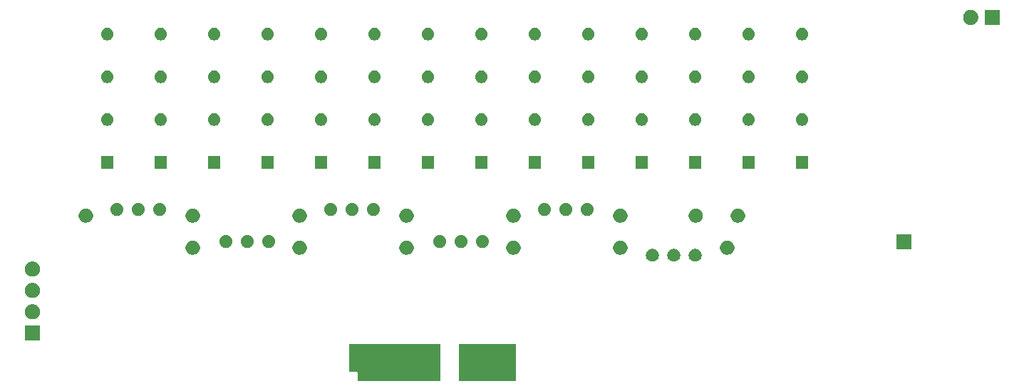
<source format=gbr>
G04 #@! TF.GenerationSoftware,KiCad,Pcbnew,(5.1.5)-3*
G04 #@! TF.CreationDate,2020-01-12T10:36:32-08:00*
G04 #@! TF.ProjectId,pin_driver,70696e5f-6472-4697-9665-722e6b696361,rev?*
G04 #@! TF.SameCoordinates,Original*
G04 #@! TF.FileFunction,Soldermask,Bot*
G04 #@! TF.FilePolarity,Negative*
%FSLAX46Y46*%
G04 Gerber Fmt 4.6, Leading zero omitted, Abs format (unit mm)*
G04 Created by KiCad (PCBNEW (5.1.5)-3) date 2020-01-12 10:36:32*
%MOMM*%
%LPD*%
G04 APERTURE LIST*
%ADD10C,0.100000*%
G04 APERTURE END LIST*
D10*
G36*
X116401000Y-165101000D02*
G01*
X109599000Y-165101000D01*
X109599000Y-160699000D01*
X116401000Y-160699000D01*
X116401000Y-165101000D01*
G37*
G36*
X107401000Y-165101000D02*
G01*
X97599000Y-165101000D01*
X97599000Y-164125999D01*
X97596598Y-164101613D01*
X97589485Y-164078164D01*
X97577934Y-164056553D01*
X97562389Y-164037611D01*
X97543447Y-164022066D01*
X97521836Y-164010515D01*
X97498387Y-164003402D01*
X97474001Y-164001000D01*
X96599000Y-164001000D01*
X96599000Y-160699000D01*
X107401000Y-160699000D01*
X107401000Y-165101000D01*
G37*
G36*
X59829000Y-160286000D02*
G01*
X58027000Y-160286000D01*
X58027000Y-158484000D01*
X59829000Y-158484000D01*
X59829000Y-160286000D01*
G37*
G36*
X59041512Y-155948927D02*
G01*
X59190812Y-155978624D01*
X59354784Y-156046544D01*
X59502354Y-156145147D01*
X59627853Y-156270646D01*
X59726456Y-156418216D01*
X59794376Y-156582188D01*
X59829000Y-156756259D01*
X59829000Y-156933741D01*
X59794376Y-157107812D01*
X59726456Y-157271784D01*
X59627853Y-157419354D01*
X59502354Y-157544853D01*
X59354784Y-157643456D01*
X59190812Y-157711376D01*
X59041512Y-157741073D01*
X59016742Y-157746000D01*
X58839258Y-157746000D01*
X58814488Y-157741073D01*
X58665188Y-157711376D01*
X58501216Y-157643456D01*
X58353646Y-157544853D01*
X58228147Y-157419354D01*
X58129544Y-157271784D01*
X58061624Y-157107812D01*
X58027000Y-156933741D01*
X58027000Y-156756259D01*
X58061624Y-156582188D01*
X58129544Y-156418216D01*
X58228147Y-156270646D01*
X58353646Y-156145147D01*
X58501216Y-156046544D01*
X58665188Y-155978624D01*
X58814488Y-155948927D01*
X58839258Y-155944000D01*
X59016742Y-155944000D01*
X59041512Y-155948927D01*
G37*
G36*
X59041512Y-153408927D02*
G01*
X59190812Y-153438624D01*
X59354784Y-153506544D01*
X59502354Y-153605147D01*
X59627853Y-153730646D01*
X59726456Y-153878216D01*
X59794376Y-154042188D01*
X59829000Y-154216259D01*
X59829000Y-154393741D01*
X59794376Y-154567812D01*
X59726456Y-154731784D01*
X59627853Y-154879354D01*
X59502354Y-155004853D01*
X59354784Y-155103456D01*
X59190812Y-155171376D01*
X59041512Y-155201073D01*
X59016742Y-155206000D01*
X58839258Y-155206000D01*
X58814488Y-155201073D01*
X58665188Y-155171376D01*
X58501216Y-155103456D01*
X58353646Y-155004853D01*
X58228147Y-154879354D01*
X58129544Y-154731784D01*
X58061624Y-154567812D01*
X58027000Y-154393741D01*
X58027000Y-154216259D01*
X58061624Y-154042188D01*
X58129544Y-153878216D01*
X58228147Y-153730646D01*
X58353646Y-153605147D01*
X58501216Y-153506544D01*
X58665188Y-153438624D01*
X58814488Y-153408927D01*
X58839258Y-153404000D01*
X59016742Y-153404000D01*
X59041512Y-153408927D01*
G37*
G36*
X59041512Y-150868927D02*
G01*
X59190812Y-150898624D01*
X59354784Y-150966544D01*
X59502354Y-151065147D01*
X59627853Y-151190646D01*
X59726456Y-151338216D01*
X59794376Y-151502188D01*
X59829000Y-151676259D01*
X59829000Y-151853741D01*
X59794376Y-152027812D01*
X59726456Y-152191784D01*
X59627853Y-152339354D01*
X59502354Y-152464853D01*
X59354784Y-152563456D01*
X59190812Y-152631376D01*
X59041512Y-152661073D01*
X59016742Y-152666000D01*
X58839258Y-152666000D01*
X58814488Y-152661073D01*
X58665188Y-152631376D01*
X58501216Y-152563456D01*
X58353646Y-152464853D01*
X58228147Y-152339354D01*
X58129544Y-152191784D01*
X58061624Y-152027812D01*
X58027000Y-151853741D01*
X58027000Y-151676259D01*
X58061624Y-151502188D01*
X58129544Y-151338216D01*
X58228147Y-151190646D01*
X58353646Y-151065147D01*
X58501216Y-150966544D01*
X58665188Y-150898624D01*
X58814488Y-150868927D01*
X58839258Y-150864000D01*
X59016742Y-150864000D01*
X59041512Y-150868927D01*
G37*
G36*
X135253589Y-149352876D02*
G01*
X135352893Y-149372629D01*
X135493206Y-149430748D01*
X135619484Y-149515125D01*
X135726875Y-149622516D01*
X135811252Y-149748794D01*
X135869371Y-149889107D01*
X135899000Y-150038063D01*
X135899000Y-150189937D01*
X135869371Y-150338893D01*
X135811252Y-150479206D01*
X135726875Y-150605484D01*
X135619484Y-150712875D01*
X135493206Y-150797252D01*
X135352893Y-150855371D01*
X135253589Y-150875124D01*
X135203938Y-150885000D01*
X135052062Y-150885000D01*
X135002411Y-150875124D01*
X134903107Y-150855371D01*
X134762794Y-150797252D01*
X134636516Y-150712875D01*
X134529125Y-150605484D01*
X134444748Y-150479206D01*
X134386629Y-150338893D01*
X134357000Y-150189937D01*
X134357000Y-150038063D01*
X134386629Y-149889107D01*
X134444748Y-149748794D01*
X134529125Y-149622516D01*
X134636516Y-149515125D01*
X134762794Y-149430748D01*
X134903107Y-149372629D01*
X135002411Y-149352876D01*
X135052062Y-149343000D01*
X135203938Y-149343000D01*
X135253589Y-149352876D01*
G37*
G36*
X137793589Y-149352876D02*
G01*
X137892893Y-149372629D01*
X138033206Y-149430748D01*
X138159484Y-149515125D01*
X138266875Y-149622516D01*
X138351252Y-149748794D01*
X138409371Y-149889107D01*
X138439000Y-150038063D01*
X138439000Y-150189937D01*
X138409371Y-150338893D01*
X138351252Y-150479206D01*
X138266875Y-150605484D01*
X138159484Y-150712875D01*
X138033206Y-150797252D01*
X137892893Y-150855371D01*
X137793589Y-150875124D01*
X137743938Y-150885000D01*
X137592062Y-150885000D01*
X137542411Y-150875124D01*
X137443107Y-150855371D01*
X137302794Y-150797252D01*
X137176516Y-150712875D01*
X137069125Y-150605484D01*
X136984748Y-150479206D01*
X136926629Y-150338893D01*
X136897000Y-150189937D01*
X136897000Y-150038063D01*
X136926629Y-149889107D01*
X136984748Y-149748794D01*
X137069125Y-149622516D01*
X137176516Y-149515125D01*
X137302794Y-149430748D01*
X137443107Y-149372629D01*
X137542411Y-149352876D01*
X137592062Y-149343000D01*
X137743938Y-149343000D01*
X137793589Y-149352876D01*
G37*
G36*
X132713589Y-149352876D02*
G01*
X132812893Y-149372629D01*
X132953206Y-149430748D01*
X133079484Y-149515125D01*
X133186875Y-149622516D01*
X133271252Y-149748794D01*
X133329371Y-149889107D01*
X133359000Y-150038063D01*
X133359000Y-150189937D01*
X133329371Y-150338893D01*
X133271252Y-150479206D01*
X133186875Y-150605484D01*
X133079484Y-150712875D01*
X132953206Y-150797252D01*
X132812893Y-150855371D01*
X132713589Y-150875124D01*
X132663938Y-150885000D01*
X132512062Y-150885000D01*
X132462411Y-150875124D01*
X132363107Y-150855371D01*
X132222794Y-150797252D01*
X132096516Y-150712875D01*
X131989125Y-150605484D01*
X131904748Y-150479206D01*
X131846629Y-150338893D01*
X131817000Y-150189937D01*
X131817000Y-150038063D01*
X131846629Y-149889107D01*
X131904748Y-149748794D01*
X131989125Y-149622516D01*
X132096516Y-149515125D01*
X132222794Y-149430748D01*
X132363107Y-149372629D01*
X132462411Y-149352876D01*
X132512062Y-149343000D01*
X132663938Y-149343000D01*
X132713589Y-149352876D01*
G37*
G36*
X129026228Y-148406703D02*
G01*
X129181100Y-148470853D01*
X129320481Y-148563985D01*
X129439015Y-148682519D01*
X129532147Y-148821900D01*
X129596297Y-148976772D01*
X129629000Y-149141184D01*
X129629000Y-149308816D01*
X129596297Y-149473228D01*
X129532147Y-149628100D01*
X129439015Y-149767481D01*
X129320481Y-149886015D01*
X129181100Y-149979147D01*
X129026228Y-150043297D01*
X128861816Y-150076000D01*
X128694184Y-150076000D01*
X128529772Y-150043297D01*
X128374900Y-149979147D01*
X128235519Y-149886015D01*
X128116985Y-149767481D01*
X128023853Y-149628100D01*
X127959703Y-149473228D01*
X127927000Y-149308816D01*
X127927000Y-149141184D01*
X127959703Y-148976772D01*
X128023853Y-148821900D01*
X128116985Y-148682519D01*
X128235519Y-148563985D01*
X128374900Y-148470853D01*
X128529772Y-148406703D01*
X128694184Y-148374000D01*
X128861816Y-148374000D01*
X129026228Y-148406703D01*
G37*
G36*
X141726228Y-148406703D02*
G01*
X141881100Y-148470853D01*
X142020481Y-148563985D01*
X142139015Y-148682519D01*
X142232147Y-148821900D01*
X142296297Y-148976772D01*
X142329000Y-149141184D01*
X142329000Y-149308816D01*
X142296297Y-149473228D01*
X142232147Y-149628100D01*
X142139015Y-149767481D01*
X142020481Y-149886015D01*
X141881100Y-149979147D01*
X141726228Y-150043297D01*
X141561816Y-150076000D01*
X141394184Y-150076000D01*
X141229772Y-150043297D01*
X141074900Y-149979147D01*
X140935519Y-149886015D01*
X140816985Y-149767481D01*
X140723853Y-149628100D01*
X140659703Y-149473228D01*
X140627000Y-149308816D01*
X140627000Y-149141184D01*
X140659703Y-148976772D01*
X140723853Y-148821900D01*
X140816985Y-148682519D01*
X140935519Y-148563985D01*
X141074900Y-148470853D01*
X141229772Y-148406703D01*
X141394184Y-148374000D01*
X141561816Y-148374000D01*
X141726228Y-148406703D01*
G37*
G36*
X103626228Y-148406703D02*
G01*
X103781100Y-148470853D01*
X103920481Y-148563985D01*
X104039015Y-148682519D01*
X104132147Y-148821900D01*
X104196297Y-148976772D01*
X104229000Y-149141184D01*
X104229000Y-149308816D01*
X104196297Y-149473228D01*
X104132147Y-149628100D01*
X104039015Y-149767481D01*
X103920481Y-149886015D01*
X103781100Y-149979147D01*
X103626228Y-150043297D01*
X103461816Y-150076000D01*
X103294184Y-150076000D01*
X103129772Y-150043297D01*
X102974900Y-149979147D01*
X102835519Y-149886015D01*
X102716985Y-149767481D01*
X102623853Y-149628100D01*
X102559703Y-149473228D01*
X102527000Y-149308816D01*
X102527000Y-149141184D01*
X102559703Y-148976772D01*
X102623853Y-148821900D01*
X102716985Y-148682519D01*
X102835519Y-148563985D01*
X102974900Y-148470853D01*
X103129772Y-148406703D01*
X103294184Y-148374000D01*
X103461816Y-148374000D01*
X103626228Y-148406703D01*
G37*
G36*
X78226228Y-148406703D02*
G01*
X78381100Y-148470853D01*
X78520481Y-148563985D01*
X78639015Y-148682519D01*
X78732147Y-148821900D01*
X78796297Y-148976772D01*
X78829000Y-149141184D01*
X78829000Y-149308816D01*
X78796297Y-149473228D01*
X78732147Y-149628100D01*
X78639015Y-149767481D01*
X78520481Y-149886015D01*
X78381100Y-149979147D01*
X78226228Y-150043297D01*
X78061816Y-150076000D01*
X77894184Y-150076000D01*
X77729772Y-150043297D01*
X77574900Y-149979147D01*
X77435519Y-149886015D01*
X77316985Y-149767481D01*
X77223853Y-149628100D01*
X77159703Y-149473228D01*
X77127000Y-149308816D01*
X77127000Y-149141184D01*
X77159703Y-148976772D01*
X77223853Y-148821900D01*
X77316985Y-148682519D01*
X77435519Y-148563985D01*
X77574900Y-148470853D01*
X77729772Y-148406703D01*
X77894184Y-148374000D01*
X78061816Y-148374000D01*
X78226228Y-148406703D01*
G37*
G36*
X90926228Y-148406703D02*
G01*
X91081100Y-148470853D01*
X91220481Y-148563985D01*
X91339015Y-148682519D01*
X91432147Y-148821900D01*
X91496297Y-148976772D01*
X91529000Y-149141184D01*
X91529000Y-149308816D01*
X91496297Y-149473228D01*
X91432147Y-149628100D01*
X91339015Y-149767481D01*
X91220481Y-149886015D01*
X91081100Y-149979147D01*
X90926228Y-150043297D01*
X90761816Y-150076000D01*
X90594184Y-150076000D01*
X90429772Y-150043297D01*
X90274900Y-149979147D01*
X90135519Y-149886015D01*
X90016985Y-149767481D01*
X89923853Y-149628100D01*
X89859703Y-149473228D01*
X89827000Y-149308816D01*
X89827000Y-149141184D01*
X89859703Y-148976772D01*
X89923853Y-148821900D01*
X90016985Y-148682519D01*
X90135519Y-148563985D01*
X90274900Y-148470853D01*
X90429772Y-148406703D01*
X90594184Y-148374000D01*
X90761816Y-148374000D01*
X90926228Y-148406703D01*
G37*
G36*
X116326228Y-148406703D02*
G01*
X116481100Y-148470853D01*
X116620481Y-148563985D01*
X116739015Y-148682519D01*
X116832147Y-148821900D01*
X116896297Y-148976772D01*
X116929000Y-149141184D01*
X116929000Y-149308816D01*
X116896297Y-149473228D01*
X116832147Y-149628100D01*
X116739015Y-149767481D01*
X116620481Y-149886015D01*
X116481100Y-149979147D01*
X116326228Y-150043297D01*
X116161816Y-150076000D01*
X115994184Y-150076000D01*
X115829772Y-150043297D01*
X115674900Y-149979147D01*
X115535519Y-149886015D01*
X115416985Y-149767481D01*
X115323853Y-149628100D01*
X115259703Y-149473228D01*
X115227000Y-149308816D01*
X115227000Y-149141184D01*
X115259703Y-148976772D01*
X115323853Y-148821900D01*
X115416985Y-148682519D01*
X115535519Y-148563985D01*
X115674900Y-148470853D01*
X115829772Y-148406703D01*
X115994184Y-148374000D01*
X116161816Y-148374000D01*
X116326228Y-148406703D01*
G37*
G36*
X163384800Y-149414800D02*
G01*
X161582800Y-149414800D01*
X161582800Y-147612800D01*
X163384800Y-147612800D01*
X163384800Y-149414800D01*
G37*
G36*
X107440589Y-147701876D02*
G01*
X107539893Y-147721629D01*
X107680206Y-147779748D01*
X107806484Y-147864125D01*
X107913875Y-147971516D01*
X107998252Y-148097794D01*
X108056371Y-148238107D01*
X108086000Y-148387063D01*
X108086000Y-148538937D01*
X108056371Y-148687893D01*
X107998252Y-148828206D01*
X107913875Y-148954484D01*
X107806484Y-149061875D01*
X107680206Y-149146252D01*
X107539893Y-149204371D01*
X107440589Y-149224124D01*
X107390938Y-149234000D01*
X107239062Y-149234000D01*
X107189411Y-149224124D01*
X107090107Y-149204371D01*
X106949794Y-149146252D01*
X106823516Y-149061875D01*
X106716125Y-148954484D01*
X106631748Y-148828206D01*
X106573629Y-148687893D01*
X106544000Y-148538937D01*
X106544000Y-148387063D01*
X106573629Y-148238107D01*
X106631748Y-148097794D01*
X106716125Y-147971516D01*
X106823516Y-147864125D01*
X106949794Y-147779748D01*
X107090107Y-147721629D01*
X107189411Y-147701876D01*
X107239062Y-147692000D01*
X107390938Y-147692000D01*
X107440589Y-147701876D01*
G37*
G36*
X109980589Y-147701876D02*
G01*
X110079893Y-147721629D01*
X110220206Y-147779748D01*
X110346484Y-147864125D01*
X110453875Y-147971516D01*
X110538252Y-148097794D01*
X110596371Y-148238107D01*
X110626000Y-148387063D01*
X110626000Y-148538937D01*
X110596371Y-148687893D01*
X110538252Y-148828206D01*
X110453875Y-148954484D01*
X110346484Y-149061875D01*
X110220206Y-149146252D01*
X110079893Y-149204371D01*
X109980589Y-149224124D01*
X109930938Y-149234000D01*
X109779062Y-149234000D01*
X109729411Y-149224124D01*
X109630107Y-149204371D01*
X109489794Y-149146252D01*
X109363516Y-149061875D01*
X109256125Y-148954484D01*
X109171748Y-148828206D01*
X109113629Y-148687893D01*
X109084000Y-148538937D01*
X109084000Y-148387063D01*
X109113629Y-148238107D01*
X109171748Y-148097794D01*
X109256125Y-147971516D01*
X109363516Y-147864125D01*
X109489794Y-147779748D01*
X109630107Y-147721629D01*
X109729411Y-147701876D01*
X109779062Y-147692000D01*
X109930938Y-147692000D01*
X109980589Y-147701876D01*
G37*
G36*
X112520589Y-147701876D02*
G01*
X112619893Y-147721629D01*
X112760206Y-147779748D01*
X112886484Y-147864125D01*
X112993875Y-147971516D01*
X113078252Y-148097794D01*
X113136371Y-148238107D01*
X113166000Y-148387063D01*
X113166000Y-148538937D01*
X113136371Y-148687893D01*
X113078252Y-148828206D01*
X112993875Y-148954484D01*
X112886484Y-149061875D01*
X112760206Y-149146252D01*
X112619893Y-149204371D01*
X112520589Y-149224124D01*
X112470938Y-149234000D01*
X112319062Y-149234000D01*
X112269411Y-149224124D01*
X112170107Y-149204371D01*
X112029794Y-149146252D01*
X111903516Y-149061875D01*
X111796125Y-148954484D01*
X111711748Y-148828206D01*
X111653629Y-148687893D01*
X111624000Y-148538937D01*
X111624000Y-148387063D01*
X111653629Y-148238107D01*
X111711748Y-148097794D01*
X111796125Y-147971516D01*
X111903516Y-147864125D01*
X112029794Y-147779748D01*
X112170107Y-147721629D01*
X112269411Y-147701876D01*
X112319062Y-147692000D01*
X112470938Y-147692000D01*
X112520589Y-147701876D01*
G37*
G36*
X82040589Y-147701876D02*
G01*
X82139893Y-147721629D01*
X82280206Y-147779748D01*
X82406484Y-147864125D01*
X82513875Y-147971516D01*
X82598252Y-148097794D01*
X82656371Y-148238107D01*
X82686000Y-148387063D01*
X82686000Y-148538937D01*
X82656371Y-148687893D01*
X82598252Y-148828206D01*
X82513875Y-148954484D01*
X82406484Y-149061875D01*
X82280206Y-149146252D01*
X82139893Y-149204371D01*
X82040589Y-149224124D01*
X81990938Y-149234000D01*
X81839062Y-149234000D01*
X81789411Y-149224124D01*
X81690107Y-149204371D01*
X81549794Y-149146252D01*
X81423516Y-149061875D01*
X81316125Y-148954484D01*
X81231748Y-148828206D01*
X81173629Y-148687893D01*
X81144000Y-148538937D01*
X81144000Y-148387063D01*
X81173629Y-148238107D01*
X81231748Y-148097794D01*
X81316125Y-147971516D01*
X81423516Y-147864125D01*
X81549794Y-147779748D01*
X81690107Y-147721629D01*
X81789411Y-147701876D01*
X81839062Y-147692000D01*
X81990938Y-147692000D01*
X82040589Y-147701876D01*
G37*
G36*
X84580589Y-147701876D02*
G01*
X84679893Y-147721629D01*
X84820206Y-147779748D01*
X84946484Y-147864125D01*
X85053875Y-147971516D01*
X85138252Y-148097794D01*
X85196371Y-148238107D01*
X85226000Y-148387063D01*
X85226000Y-148538937D01*
X85196371Y-148687893D01*
X85138252Y-148828206D01*
X85053875Y-148954484D01*
X84946484Y-149061875D01*
X84820206Y-149146252D01*
X84679893Y-149204371D01*
X84580589Y-149224124D01*
X84530938Y-149234000D01*
X84379062Y-149234000D01*
X84329411Y-149224124D01*
X84230107Y-149204371D01*
X84089794Y-149146252D01*
X83963516Y-149061875D01*
X83856125Y-148954484D01*
X83771748Y-148828206D01*
X83713629Y-148687893D01*
X83684000Y-148538937D01*
X83684000Y-148387063D01*
X83713629Y-148238107D01*
X83771748Y-148097794D01*
X83856125Y-147971516D01*
X83963516Y-147864125D01*
X84089794Y-147779748D01*
X84230107Y-147721629D01*
X84329411Y-147701876D01*
X84379062Y-147692000D01*
X84530938Y-147692000D01*
X84580589Y-147701876D01*
G37*
G36*
X87120589Y-147701876D02*
G01*
X87219893Y-147721629D01*
X87360206Y-147779748D01*
X87486484Y-147864125D01*
X87593875Y-147971516D01*
X87678252Y-148097794D01*
X87736371Y-148238107D01*
X87766000Y-148387063D01*
X87766000Y-148538937D01*
X87736371Y-148687893D01*
X87678252Y-148828206D01*
X87593875Y-148954484D01*
X87486484Y-149061875D01*
X87360206Y-149146252D01*
X87219893Y-149204371D01*
X87120589Y-149224124D01*
X87070938Y-149234000D01*
X86919062Y-149234000D01*
X86869411Y-149224124D01*
X86770107Y-149204371D01*
X86629794Y-149146252D01*
X86503516Y-149061875D01*
X86396125Y-148954484D01*
X86311748Y-148828206D01*
X86253629Y-148687893D01*
X86224000Y-148538937D01*
X86224000Y-148387063D01*
X86253629Y-148238107D01*
X86311748Y-148097794D01*
X86396125Y-147971516D01*
X86503516Y-147864125D01*
X86629794Y-147779748D01*
X86770107Y-147721629D01*
X86869411Y-147701876D01*
X86919062Y-147692000D01*
X87070938Y-147692000D01*
X87120589Y-147701876D01*
G37*
G36*
X137996228Y-144596703D02*
G01*
X138151100Y-144660853D01*
X138290481Y-144753985D01*
X138409015Y-144872519D01*
X138502147Y-145011900D01*
X138566297Y-145166772D01*
X138599000Y-145331184D01*
X138599000Y-145498816D01*
X138566297Y-145663228D01*
X138502147Y-145818100D01*
X138409015Y-145957481D01*
X138290481Y-146076015D01*
X138151100Y-146169147D01*
X137996228Y-146233297D01*
X137831816Y-146266000D01*
X137664184Y-146266000D01*
X137499772Y-146233297D01*
X137344900Y-146169147D01*
X137205519Y-146076015D01*
X137086985Y-145957481D01*
X136993853Y-145818100D01*
X136929703Y-145663228D01*
X136897000Y-145498816D01*
X136897000Y-145331184D01*
X136929703Y-145166772D01*
X136993853Y-145011900D01*
X137086985Y-144872519D01*
X137205519Y-144753985D01*
X137344900Y-144660853D01*
X137499772Y-144596703D01*
X137664184Y-144564000D01*
X137831816Y-144564000D01*
X137996228Y-144596703D01*
G37*
G36*
X90926228Y-144596703D02*
G01*
X91081100Y-144660853D01*
X91220481Y-144753985D01*
X91339015Y-144872519D01*
X91432147Y-145011900D01*
X91496297Y-145166772D01*
X91529000Y-145331184D01*
X91529000Y-145498816D01*
X91496297Y-145663228D01*
X91432147Y-145818100D01*
X91339015Y-145957481D01*
X91220481Y-146076015D01*
X91081100Y-146169147D01*
X90926228Y-146233297D01*
X90761816Y-146266000D01*
X90594184Y-146266000D01*
X90429772Y-146233297D01*
X90274900Y-146169147D01*
X90135519Y-146076015D01*
X90016985Y-145957481D01*
X89923853Y-145818100D01*
X89859703Y-145663228D01*
X89827000Y-145498816D01*
X89827000Y-145331184D01*
X89859703Y-145166772D01*
X89923853Y-145011900D01*
X90016985Y-144872519D01*
X90135519Y-144753985D01*
X90274900Y-144660853D01*
X90429772Y-144596703D01*
X90594184Y-144564000D01*
X90761816Y-144564000D01*
X90926228Y-144596703D01*
G37*
G36*
X65526228Y-144596703D02*
G01*
X65681100Y-144660853D01*
X65820481Y-144753985D01*
X65939015Y-144872519D01*
X66032147Y-145011900D01*
X66096297Y-145166772D01*
X66129000Y-145331184D01*
X66129000Y-145498816D01*
X66096297Y-145663228D01*
X66032147Y-145818100D01*
X65939015Y-145957481D01*
X65820481Y-146076015D01*
X65681100Y-146169147D01*
X65526228Y-146233297D01*
X65361816Y-146266000D01*
X65194184Y-146266000D01*
X65029772Y-146233297D01*
X64874900Y-146169147D01*
X64735519Y-146076015D01*
X64616985Y-145957481D01*
X64523853Y-145818100D01*
X64459703Y-145663228D01*
X64427000Y-145498816D01*
X64427000Y-145331184D01*
X64459703Y-145166772D01*
X64523853Y-145011900D01*
X64616985Y-144872519D01*
X64735519Y-144753985D01*
X64874900Y-144660853D01*
X65029772Y-144596703D01*
X65194184Y-144564000D01*
X65361816Y-144564000D01*
X65526228Y-144596703D01*
G37*
G36*
X78226228Y-144596703D02*
G01*
X78381100Y-144660853D01*
X78520481Y-144753985D01*
X78639015Y-144872519D01*
X78732147Y-145011900D01*
X78796297Y-145166772D01*
X78829000Y-145331184D01*
X78829000Y-145498816D01*
X78796297Y-145663228D01*
X78732147Y-145818100D01*
X78639015Y-145957481D01*
X78520481Y-146076015D01*
X78381100Y-146169147D01*
X78226228Y-146233297D01*
X78061816Y-146266000D01*
X77894184Y-146266000D01*
X77729772Y-146233297D01*
X77574900Y-146169147D01*
X77435519Y-146076015D01*
X77316985Y-145957481D01*
X77223853Y-145818100D01*
X77159703Y-145663228D01*
X77127000Y-145498816D01*
X77127000Y-145331184D01*
X77159703Y-145166772D01*
X77223853Y-145011900D01*
X77316985Y-144872519D01*
X77435519Y-144753985D01*
X77574900Y-144660853D01*
X77729772Y-144596703D01*
X77894184Y-144564000D01*
X78061816Y-144564000D01*
X78226228Y-144596703D01*
G37*
G36*
X129026228Y-144596703D02*
G01*
X129181100Y-144660853D01*
X129320481Y-144753985D01*
X129439015Y-144872519D01*
X129532147Y-145011900D01*
X129596297Y-145166772D01*
X129629000Y-145331184D01*
X129629000Y-145498816D01*
X129596297Y-145663228D01*
X129532147Y-145818100D01*
X129439015Y-145957481D01*
X129320481Y-146076015D01*
X129181100Y-146169147D01*
X129026228Y-146233297D01*
X128861816Y-146266000D01*
X128694184Y-146266000D01*
X128529772Y-146233297D01*
X128374900Y-146169147D01*
X128235519Y-146076015D01*
X128116985Y-145957481D01*
X128023853Y-145818100D01*
X127959703Y-145663228D01*
X127927000Y-145498816D01*
X127927000Y-145331184D01*
X127959703Y-145166772D01*
X128023853Y-145011900D01*
X128116985Y-144872519D01*
X128235519Y-144753985D01*
X128374900Y-144660853D01*
X128529772Y-144596703D01*
X128694184Y-144564000D01*
X128861816Y-144564000D01*
X129026228Y-144596703D01*
G37*
G36*
X116326228Y-144596703D02*
G01*
X116481100Y-144660853D01*
X116620481Y-144753985D01*
X116739015Y-144872519D01*
X116832147Y-145011900D01*
X116896297Y-145166772D01*
X116929000Y-145331184D01*
X116929000Y-145498816D01*
X116896297Y-145663228D01*
X116832147Y-145818100D01*
X116739015Y-145957481D01*
X116620481Y-146076015D01*
X116481100Y-146169147D01*
X116326228Y-146233297D01*
X116161816Y-146266000D01*
X115994184Y-146266000D01*
X115829772Y-146233297D01*
X115674900Y-146169147D01*
X115535519Y-146076015D01*
X115416985Y-145957481D01*
X115323853Y-145818100D01*
X115259703Y-145663228D01*
X115227000Y-145498816D01*
X115227000Y-145331184D01*
X115259703Y-145166772D01*
X115323853Y-145011900D01*
X115416985Y-144872519D01*
X115535519Y-144753985D01*
X115674900Y-144660853D01*
X115829772Y-144596703D01*
X115994184Y-144564000D01*
X116161816Y-144564000D01*
X116326228Y-144596703D01*
G37*
G36*
X103626228Y-144596703D02*
G01*
X103781100Y-144660853D01*
X103920481Y-144753985D01*
X104039015Y-144872519D01*
X104132147Y-145011900D01*
X104196297Y-145166772D01*
X104229000Y-145331184D01*
X104229000Y-145498816D01*
X104196297Y-145663228D01*
X104132147Y-145818100D01*
X104039015Y-145957481D01*
X103920481Y-146076015D01*
X103781100Y-146169147D01*
X103626228Y-146233297D01*
X103461816Y-146266000D01*
X103294184Y-146266000D01*
X103129772Y-146233297D01*
X102974900Y-146169147D01*
X102835519Y-146076015D01*
X102716985Y-145957481D01*
X102623853Y-145818100D01*
X102559703Y-145663228D01*
X102527000Y-145498816D01*
X102527000Y-145331184D01*
X102559703Y-145166772D01*
X102623853Y-145011900D01*
X102716985Y-144872519D01*
X102835519Y-144753985D01*
X102974900Y-144660853D01*
X103129772Y-144596703D01*
X103294184Y-144564000D01*
X103461816Y-144564000D01*
X103626228Y-144596703D01*
G37*
G36*
X142996228Y-144596703D02*
G01*
X143151100Y-144660853D01*
X143290481Y-144753985D01*
X143409015Y-144872519D01*
X143502147Y-145011900D01*
X143566297Y-145166772D01*
X143599000Y-145331184D01*
X143599000Y-145498816D01*
X143566297Y-145663228D01*
X143502147Y-145818100D01*
X143409015Y-145957481D01*
X143290481Y-146076015D01*
X143151100Y-146169147D01*
X142996228Y-146233297D01*
X142831816Y-146266000D01*
X142664184Y-146266000D01*
X142499772Y-146233297D01*
X142344900Y-146169147D01*
X142205519Y-146076015D01*
X142086985Y-145957481D01*
X141993853Y-145818100D01*
X141929703Y-145663228D01*
X141897000Y-145498816D01*
X141897000Y-145331184D01*
X141929703Y-145166772D01*
X141993853Y-145011900D01*
X142086985Y-144872519D01*
X142205519Y-144753985D01*
X142344900Y-144660853D01*
X142499772Y-144596703D01*
X142664184Y-144564000D01*
X142831816Y-144564000D01*
X142996228Y-144596703D01*
G37*
G36*
X124966589Y-143891876D02*
G01*
X125065893Y-143911629D01*
X125206206Y-143969748D01*
X125332484Y-144054125D01*
X125439875Y-144161516D01*
X125524252Y-144287794D01*
X125582371Y-144428107D01*
X125612000Y-144577063D01*
X125612000Y-144728937D01*
X125582371Y-144877893D01*
X125524252Y-145018206D01*
X125439875Y-145144484D01*
X125332484Y-145251875D01*
X125206206Y-145336252D01*
X125065893Y-145394371D01*
X124966589Y-145414124D01*
X124916938Y-145424000D01*
X124765062Y-145424000D01*
X124715411Y-145414124D01*
X124616107Y-145394371D01*
X124475794Y-145336252D01*
X124349516Y-145251875D01*
X124242125Y-145144484D01*
X124157748Y-145018206D01*
X124099629Y-144877893D01*
X124070000Y-144728937D01*
X124070000Y-144577063D01*
X124099629Y-144428107D01*
X124157748Y-144287794D01*
X124242125Y-144161516D01*
X124349516Y-144054125D01*
X124475794Y-143969748D01*
X124616107Y-143911629D01*
X124715411Y-143891876D01*
X124765062Y-143882000D01*
X124916938Y-143882000D01*
X124966589Y-143891876D01*
G37*
G36*
X119886589Y-143891876D02*
G01*
X119985893Y-143911629D01*
X120126206Y-143969748D01*
X120252484Y-144054125D01*
X120359875Y-144161516D01*
X120444252Y-144287794D01*
X120502371Y-144428107D01*
X120532000Y-144577063D01*
X120532000Y-144728937D01*
X120502371Y-144877893D01*
X120444252Y-145018206D01*
X120359875Y-145144484D01*
X120252484Y-145251875D01*
X120126206Y-145336252D01*
X119985893Y-145394371D01*
X119886589Y-145414124D01*
X119836938Y-145424000D01*
X119685062Y-145424000D01*
X119635411Y-145414124D01*
X119536107Y-145394371D01*
X119395794Y-145336252D01*
X119269516Y-145251875D01*
X119162125Y-145144484D01*
X119077748Y-145018206D01*
X119019629Y-144877893D01*
X118990000Y-144728937D01*
X118990000Y-144577063D01*
X119019629Y-144428107D01*
X119077748Y-144287794D01*
X119162125Y-144161516D01*
X119269516Y-144054125D01*
X119395794Y-143969748D01*
X119536107Y-143911629D01*
X119635411Y-143891876D01*
X119685062Y-143882000D01*
X119836938Y-143882000D01*
X119886589Y-143891876D01*
G37*
G36*
X122426589Y-143891876D02*
G01*
X122525893Y-143911629D01*
X122666206Y-143969748D01*
X122792484Y-144054125D01*
X122899875Y-144161516D01*
X122984252Y-144287794D01*
X123042371Y-144428107D01*
X123072000Y-144577063D01*
X123072000Y-144728937D01*
X123042371Y-144877893D01*
X122984252Y-145018206D01*
X122899875Y-145144484D01*
X122792484Y-145251875D01*
X122666206Y-145336252D01*
X122525893Y-145394371D01*
X122426589Y-145414124D01*
X122376938Y-145424000D01*
X122225062Y-145424000D01*
X122175411Y-145414124D01*
X122076107Y-145394371D01*
X121935794Y-145336252D01*
X121809516Y-145251875D01*
X121702125Y-145144484D01*
X121617748Y-145018206D01*
X121559629Y-144877893D01*
X121530000Y-144728937D01*
X121530000Y-144577063D01*
X121559629Y-144428107D01*
X121617748Y-144287794D01*
X121702125Y-144161516D01*
X121809516Y-144054125D01*
X121935794Y-143969748D01*
X122076107Y-143911629D01*
X122175411Y-143891876D01*
X122225062Y-143882000D01*
X122376938Y-143882000D01*
X122426589Y-143891876D01*
G37*
G36*
X94486589Y-143891876D02*
G01*
X94585893Y-143911629D01*
X94726206Y-143969748D01*
X94852484Y-144054125D01*
X94959875Y-144161516D01*
X95044252Y-144287794D01*
X95102371Y-144428107D01*
X95132000Y-144577063D01*
X95132000Y-144728937D01*
X95102371Y-144877893D01*
X95044252Y-145018206D01*
X94959875Y-145144484D01*
X94852484Y-145251875D01*
X94726206Y-145336252D01*
X94585893Y-145394371D01*
X94486589Y-145414124D01*
X94436938Y-145424000D01*
X94285062Y-145424000D01*
X94235411Y-145414124D01*
X94136107Y-145394371D01*
X93995794Y-145336252D01*
X93869516Y-145251875D01*
X93762125Y-145144484D01*
X93677748Y-145018206D01*
X93619629Y-144877893D01*
X93590000Y-144728937D01*
X93590000Y-144577063D01*
X93619629Y-144428107D01*
X93677748Y-144287794D01*
X93762125Y-144161516D01*
X93869516Y-144054125D01*
X93995794Y-143969748D01*
X94136107Y-143911629D01*
X94235411Y-143891876D01*
X94285062Y-143882000D01*
X94436938Y-143882000D01*
X94486589Y-143891876D01*
G37*
G36*
X97026589Y-143891876D02*
G01*
X97125893Y-143911629D01*
X97266206Y-143969748D01*
X97392484Y-144054125D01*
X97499875Y-144161516D01*
X97584252Y-144287794D01*
X97642371Y-144428107D01*
X97672000Y-144577063D01*
X97672000Y-144728937D01*
X97642371Y-144877893D01*
X97584252Y-145018206D01*
X97499875Y-145144484D01*
X97392484Y-145251875D01*
X97266206Y-145336252D01*
X97125893Y-145394371D01*
X97026589Y-145414124D01*
X96976938Y-145424000D01*
X96825062Y-145424000D01*
X96775411Y-145414124D01*
X96676107Y-145394371D01*
X96535794Y-145336252D01*
X96409516Y-145251875D01*
X96302125Y-145144484D01*
X96217748Y-145018206D01*
X96159629Y-144877893D01*
X96130000Y-144728937D01*
X96130000Y-144577063D01*
X96159629Y-144428107D01*
X96217748Y-144287794D01*
X96302125Y-144161516D01*
X96409516Y-144054125D01*
X96535794Y-143969748D01*
X96676107Y-143911629D01*
X96775411Y-143891876D01*
X96825062Y-143882000D01*
X96976938Y-143882000D01*
X97026589Y-143891876D01*
G37*
G36*
X99566589Y-143891876D02*
G01*
X99665893Y-143911629D01*
X99806206Y-143969748D01*
X99932484Y-144054125D01*
X100039875Y-144161516D01*
X100124252Y-144287794D01*
X100182371Y-144428107D01*
X100212000Y-144577063D01*
X100212000Y-144728937D01*
X100182371Y-144877893D01*
X100124252Y-145018206D01*
X100039875Y-145144484D01*
X99932484Y-145251875D01*
X99806206Y-145336252D01*
X99665893Y-145394371D01*
X99566589Y-145414124D01*
X99516938Y-145424000D01*
X99365062Y-145424000D01*
X99315411Y-145414124D01*
X99216107Y-145394371D01*
X99075794Y-145336252D01*
X98949516Y-145251875D01*
X98842125Y-145144484D01*
X98757748Y-145018206D01*
X98699629Y-144877893D01*
X98670000Y-144728937D01*
X98670000Y-144577063D01*
X98699629Y-144428107D01*
X98757748Y-144287794D01*
X98842125Y-144161516D01*
X98949516Y-144054125D01*
X99075794Y-143969748D01*
X99216107Y-143911629D01*
X99315411Y-143891876D01*
X99365062Y-143882000D01*
X99516938Y-143882000D01*
X99566589Y-143891876D01*
G37*
G36*
X69086589Y-143891876D02*
G01*
X69185893Y-143911629D01*
X69326206Y-143969748D01*
X69452484Y-144054125D01*
X69559875Y-144161516D01*
X69644252Y-144287794D01*
X69702371Y-144428107D01*
X69732000Y-144577063D01*
X69732000Y-144728937D01*
X69702371Y-144877893D01*
X69644252Y-145018206D01*
X69559875Y-145144484D01*
X69452484Y-145251875D01*
X69326206Y-145336252D01*
X69185893Y-145394371D01*
X69086589Y-145414124D01*
X69036938Y-145424000D01*
X68885062Y-145424000D01*
X68835411Y-145414124D01*
X68736107Y-145394371D01*
X68595794Y-145336252D01*
X68469516Y-145251875D01*
X68362125Y-145144484D01*
X68277748Y-145018206D01*
X68219629Y-144877893D01*
X68190000Y-144728937D01*
X68190000Y-144577063D01*
X68219629Y-144428107D01*
X68277748Y-144287794D01*
X68362125Y-144161516D01*
X68469516Y-144054125D01*
X68595794Y-143969748D01*
X68736107Y-143911629D01*
X68835411Y-143891876D01*
X68885062Y-143882000D01*
X69036938Y-143882000D01*
X69086589Y-143891876D01*
G37*
G36*
X71626589Y-143891876D02*
G01*
X71725893Y-143911629D01*
X71866206Y-143969748D01*
X71992484Y-144054125D01*
X72099875Y-144161516D01*
X72184252Y-144287794D01*
X72242371Y-144428107D01*
X72272000Y-144577063D01*
X72272000Y-144728937D01*
X72242371Y-144877893D01*
X72184252Y-145018206D01*
X72099875Y-145144484D01*
X71992484Y-145251875D01*
X71866206Y-145336252D01*
X71725893Y-145394371D01*
X71626589Y-145414124D01*
X71576938Y-145424000D01*
X71425062Y-145424000D01*
X71375411Y-145414124D01*
X71276107Y-145394371D01*
X71135794Y-145336252D01*
X71009516Y-145251875D01*
X70902125Y-145144484D01*
X70817748Y-145018206D01*
X70759629Y-144877893D01*
X70730000Y-144728937D01*
X70730000Y-144577063D01*
X70759629Y-144428107D01*
X70817748Y-144287794D01*
X70902125Y-144161516D01*
X71009516Y-144054125D01*
X71135794Y-143969748D01*
X71276107Y-143911629D01*
X71375411Y-143891876D01*
X71425062Y-143882000D01*
X71576938Y-143882000D01*
X71626589Y-143891876D01*
G37*
G36*
X74166589Y-143891876D02*
G01*
X74265893Y-143911629D01*
X74406206Y-143969748D01*
X74532484Y-144054125D01*
X74639875Y-144161516D01*
X74724252Y-144287794D01*
X74782371Y-144428107D01*
X74812000Y-144577063D01*
X74812000Y-144728937D01*
X74782371Y-144877893D01*
X74724252Y-145018206D01*
X74639875Y-145144484D01*
X74532484Y-145251875D01*
X74406206Y-145336252D01*
X74265893Y-145394371D01*
X74166589Y-145414124D01*
X74116938Y-145424000D01*
X73965062Y-145424000D01*
X73915411Y-145414124D01*
X73816107Y-145394371D01*
X73675794Y-145336252D01*
X73549516Y-145251875D01*
X73442125Y-145144484D01*
X73357748Y-145018206D01*
X73299629Y-144877893D01*
X73270000Y-144728937D01*
X73270000Y-144577063D01*
X73299629Y-144428107D01*
X73357748Y-144287794D01*
X73442125Y-144161516D01*
X73549516Y-144054125D01*
X73675794Y-143969748D01*
X73816107Y-143911629D01*
X73915411Y-143891876D01*
X73965062Y-143882000D01*
X74116938Y-143882000D01*
X74166589Y-143891876D01*
G37*
G36*
X113019000Y-139816000D02*
G01*
X111517000Y-139816000D01*
X111517000Y-138314000D01*
X113019000Y-138314000D01*
X113019000Y-139816000D01*
G37*
G36*
X144769000Y-139816000D02*
G01*
X143267000Y-139816000D01*
X143267000Y-138314000D01*
X144769000Y-138314000D01*
X144769000Y-139816000D01*
G37*
G36*
X138419000Y-139816000D02*
G01*
X136917000Y-139816000D01*
X136917000Y-138314000D01*
X138419000Y-138314000D01*
X138419000Y-139816000D01*
G37*
G36*
X132069000Y-139816000D02*
G01*
X130567000Y-139816000D01*
X130567000Y-138314000D01*
X132069000Y-138314000D01*
X132069000Y-139816000D01*
G37*
G36*
X125719000Y-139816000D02*
G01*
X124217000Y-139816000D01*
X124217000Y-138314000D01*
X125719000Y-138314000D01*
X125719000Y-139816000D01*
G37*
G36*
X119369000Y-139816000D02*
G01*
X117867000Y-139816000D01*
X117867000Y-138314000D01*
X119369000Y-138314000D01*
X119369000Y-139816000D01*
G37*
G36*
X106669000Y-139816000D02*
G01*
X105167000Y-139816000D01*
X105167000Y-138314000D01*
X106669000Y-138314000D01*
X106669000Y-139816000D01*
G37*
G36*
X93969000Y-139816000D02*
G01*
X92467000Y-139816000D01*
X92467000Y-138314000D01*
X93969000Y-138314000D01*
X93969000Y-139816000D01*
G37*
G36*
X87619000Y-139816000D02*
G01*
X86117000Y-139816000D01*
X86117000Y-138314000D01*
X87619000Y-138314000D01*
X87619000Y-139816000D01*
G37*
G36*
X81269000Y-139816000D02*
G01*
X79767000Y-139816000D01*
X79767000Y-138314000D01*
X81269000Y-138314000D01*
X81269000Y-139816000D01*
G37*
G36*
X74919000Y-139816000D02*
G01*
X73417000Y-139816000D01*
X73417000Y-138314000D01*
X74919000Y-138314000D01*
X74919000Y-139816000D01*
G37*
G36*
X68569000Y-139816000D02*
G01*
X67067000Y-139816000D01*
X67067000Y-138314000D01*
X68569000Y-138314000D01*
X68569000Y-139816000D01*
G37*
G36*
X151119000Y-139816000D02*
G01*
X149617000Y-139816000D01*
X149617000Y-138314000D01*
X151119000Y-138314000D01*
X151119000Y-139816000D01*
G37*
G36*
X100319000Y-139816000D02*
G01*
X98817000Y-139816000D01*
X98817000Y-138314000D01*
X100319000Y-138314000D01*
X100319000Y-139816000D01*
G37*
G36*
X80737059Y-133262860D02*
G01*
X80873732Y-133319472D01*
X80996735Y-133401660D01*
X81101340Y-133506265D01*
X81183528Y-133629268D01*
X81240140Y-133765941D01*
X81269000Y-133911033D01*
X81269000Y-134058967D01*
X81240140Y-134204059D01*
X81183528Y-134340732D01*
X81101340Y-134463735D01*
X80996735Y-134568340D01*
X80873732Y-134650528D01*
X80873731Y-134650529D01*
X80873730Y-134650529D01*
X80737059Y-134707140D01*
X80591968Y-134736000D01*
X80444032Y-134736000D01*
X80298941Y-134707140D01*
X80162270Y-134650529D01*
X80162269Y-134650529D01*
X80162268Y-134650528D01*
X80039265Y-134568340D01*
X79934660Y-134463735D01*
X79852472Y-134340732D01*
X79795860Y-134204059D01*
X79767000Y-134058967D01*
X79767000Y-133911033D01*
X79795860Y-133765941D01*
X79852472Y-133629268D01*
X79934660Y-133506265D01*
X80039265Y-133401660D01*
X80162268Y-133319472D01*
X80298941Y-133262860D01*
X80444032Y-133234000D01*
X80591968Y-133234000D01*
X80737059Y-133262860D01*
G37*
G36*
X112487059Y-133262860D02*
G01*
X112623732Y-133319472D01*
X112746735Y-133401660D01*
X112851340Y-133506265D01*
X112933528Y-133629268D01*
X112990140Y-133765941D01*
X113019000Y-133911033D01*
X113019000Y-134058967D01*
X112990140Y-134204059D01*
X112933528Y-134340732D01*
X112851340Y-134463735D01*
X112746735Y-134568340D01*
X112623732Y-134650528D01*
X112623731Y-134650529D01*
X112623730Y-134650529D01*
X112487059Y-134707140D01*
X112341968Y-134736000D01*
X112194032Y-134736000D01*
X112048941Y-134707140D01*
X111912270Y-134650529D01*
X111912269Y-134650529D01*
X111912268Y-134650528D01*
X111789265Y-134568340D01*
X111684660Y-134463735D01*
X111602472Y-134340732D01*
X111545860Y-134204059D01*
X111517000Y-134058967D01*
X111517000Y-133911033D01*
X111545860Y-133765941D01*
X111602472Y-133629268D01*
X111684660Y-133506265D01*
X111789265Y-133401660D01*
X111912268Y-133319472D01*
X112048941Y-133262860D01*
X112194032Y-133234000D01*
X112341968Y-133234000D01*
X112487059Y-133262860D01*
G37*
G36*
X125187059Y-133262860D02*
G01*
X125323732Y-133319472D01*
X125446735Y-133401660D01*
X125551340Y-133506265D01*
X125633528Y-133629268D01*
X125690140Y-133765941D01*
X125719000Y-133911033D01*
X125719000Y-134058967D01*
X125690140Y-134204059D01*
X125633528Y-134340732D01*
X125551340Y-134463735D01*
X125446735Y-134568340D01*
X125323732Y-134650528D01*
X125323731Y-134650529D01*
X125323730Y-134650529D01*
X125187059Y-134707140D01*
X125041968Y-134736000D01*
X124894032Y-134736000D01*
X124748941Y-134707140D01*
X124612270Y-134650529D01*
X124612269Y-134650529D01*
X124612268Y-134650528D01*
X124489265Y-134568340D01*
X124384660Y-134463735D01*
X124302472Y-134340732D01*
X124245860Y-134204059D01*
X124217000Y-134058967D01*
X124217000Y-133911033D01*
X124245860Y-133765941D01*
X124302472Y-133629268D01*
X124384660Y-133506265D01*
X124489265Y-133401660D01*
X124612268Y-133319472D01*
X124748941Y-133262860D01*
X124894032Y-133234000D01*
X125041968Y-133234000D01*
X125187059Y-133262860D01*
G37*
G36*
X106137059Y-133262860D02*
G01*
X106273732Y-133319472D01*
X106396735Y-133401660D01*
X106501340Y-133506265D01*
X106583528Y-133629268D01*
X106640140Y-133765941D01*
X106669000Y-133911033D01*
X106669000Y-134058967D01*
X106640140Y-134204059D01*
X106583528Y-134340732D01*
X106501340Y-134463735D01*
X106396735Y-134568340D01*
X106273732Y-134650528D01*
X106273731Y-134650529D01*
X106273730Y-134650529D01*
X106137059Y-134707140D01*
X105991968Y-134736000D01*
X105844032Y-134736000D01*
X105698941Y-134707140D01*
X105562270Y-134650529D01*
X105562269Y-134650529D01*
X105562268Y-134650528D01*
X105439265Y-134568340D01*
X105334660Y-134463735D01*
X105252472Y-134340732D01*
X105195860Y-134204059D01*
X105167000Y-134058967D01*
X105167000Y-133911033D01*
X105195860Y-133765941D01*
X105252472Y-133629268D01*
X105334660Y-133506265D01*
X105439265Y-133401660D01*
X105562268Y-133319472D01*
X105698941Y-133262860D01*
X105844032Y-133234000D01*
X105991968Y-133234000D01*
X106137059Y-133262860D01*
G37*
G36*
X118837059Y-133262860D02*
G01*
X118973732Y-133319472D01*
X119096735Y-133401660D01*
X119201340Y-133506265D01*
X119283528Y-133629268D01*
X119340140Y-133765941D01*
X119369000Y-133911033D01*
X119369000Y-134058967D01*
X119340140Y-134204059D01*
X119283528Y-134340732D01*
X119201340Y-134463735D01*
X119096735Y-134568340D01*
X118973732Y-134650528D01*
X118973731Y-134650529D01*
X118973730Y-134650529D01*
X118837059Y-134707140D01*
X118691968Y-134736000D01*
X118544032Y-134736000D01*
X118398941Y-134707140D01*
X118262270Y-134650529D01*
X118262269Y-134650529D01*
X118262268Y-134650528D01*
X118139265Y-134568340D01*
X118034660Y-134463735D01*
X117952472Y-134340732D01*
X117895860Y-134204059D01*
X117867000Y-134058967D01*
X117867000Y-133911033D01*
X117895860Y-133765941D01*
X117952472Y-133629268D01*
X118034660Y-133506265D01*
X118139265Y-133401660D01*
X118262268Y-133319472D01*
X118398941Y-133262860D01*
X118544032Y-133234000D01*
X118691968Y-133234000D01*
X118837059Y-133262860D01*
G37*
G36*
X93437059Y-133262860D02*
G01*
X93573732Y-133319472D01*
X93696735Y-133401660D01*
X93801340Y-133506265D01*
X93883528Y-133629268D01*
X93940140Y-133765941D01*
X93969000Y-133911033D01*
X93969000Y-134058967D01*
X93940140Y-134204059D01*
X93883528Y-134340732D01*
X93801340Y-134463735D01*
X93696735Y-134568340D01*
X93573732Y-134650528D01*
X93573731Y-134650529D01*
X93573730Y-134650529D01*
X93437059Y-134707140D01*
X93291968Y-134736000D01*
X93144032Y-134736000D01*
X92998941Y-134707140D01*
X92862270Y-134650529D01*
X92862269Y-134650529D01*
X92862268Y-134650528D01*
X92739265Y-134568340D01*
X92634660Y-134463735D01*
X92552472Y-134340732D01*
X92495860Y-134204059D01*
X92467000Y-134058967D01*
X92467000Y-133911033D01*
X92495860Y-133765941D01*
X92552472Y-133629268D01*
X92634660Y-133506265D01*
X92739265Y-133401660D01*
X92862268Y-133319472D01*
X92998941Y-133262860D01*
X93144032Y-133234000D01*
X93291968Y-133234000D01*
X93437059Y-133262860D01*
G37*
G36*
X131537059Y-133262860D02*
G01*
X131673732Y-133319472D01*
X131796735Y-133401660D01*
X131901340Y-133506265D01*
X131983528Y-133629268D01*
X132040140Y-133765941D01*
X132069000Y-133911033D01*
X132069000Y-134058967D01*
X132040140Y-134204059D01*
X131983528Y-134340732D01*
X131901340Y-134463735D01*
X131796735Y-134568340D01*
X131673732Y-134650528D01*
X131673731Y-134650529D01*
X131673730Y-134650529D01*
X131537059Y-134707140D01*
X131391968Y-134736000D01*
X131244032Y-134736000D01*
X131098941Y-134707140D01*
X130962270Y-134650529D01*
X130962269Y-134650529D01*
X130962268Y-134650528D01*
X130839265Y-134568340D01*
X130734660Y-134463735D01*
X130652472Y-134340732D01*
X130595860Y-134204059D01*
X130567000Y-134058967D01*
X130567000Y-133911033D01*
X130595860Y-133765941D01*
X130652472Y-133629268D01*
X130734660Y-133506265D01*
X130839265Y-133401660D01*
X130962268Y-133319472D01*
X131098941Y-133262860D01*
X131244032Y-133234000D01*
X131391968Y-133234000D01*
X131537059Y-133262860D01*
G37*
G36*
X68037059Y-133262860D02*
G01*
X68173732Y-133319472D01*
X68296735Y-133401660D01*
X68401340Y-133506265D01*
X68483528Y-133629268D01*
X68540140Y-133765941D01*
X68569000Y-133911033D01*
X68569000Y-134058967D01*
X68540140Y-134204059D01*
X68483528Y-134340732D01*
X68401340Y-134463735D01*
X68296735Y-134568340D01*
X68173732Y-134650528D01*
X68173731Y-134650529D01*
X68173730Y-134650529D01*
X68037059Y-134707140D01*
X67891968Y-134736000D01*
X67744032Y-134736000D01*
X67598941Y-134707140D01*
X67462270Y-134650529D01*
X67462269Y-134650529D01*
X67462268Y-134650528D01*
X67339265Y-134568340D01*
X67234660Y-134463735D01*
X67152472Y-134340732D01*
X67095860Y-134204059D01*
X67067000Y-134058967D01*
X67067000Y-133911033D01*
X67095860Y-133765941D01*
X67152472Y-133629268D01*
X67234660Y-133506265D01*
X67339265Y-133401660D01*
X67462268Y-133319472D01*
X67598941Y-133262860D01*
X67744032Y-133234000D01*
X67891968Y-133234000D01*
X68037059Y-133262860D01*
G37*
G36*
X144237059Y-133262860D02*
G01*
X144373732Y-133319472D01*
X144496735Y-133401660D01*
X144601340Y-133506265D01*
X144683528Y-133629268D01*
X144740140Y-133765941D01*
X144769000Y-133911033D01*
X144769000Y-134058967D01*
X144740140Y-134204059D01*
X144683528Y-134340732D01*
X144601340Y-134463735D01*
X144496735Y-134568340D01*
X144373732Y-134650528D01*
X144373731Y-134650529D01*
X144373730Y-134650529D01*
X144237059Y-134707140D01*
X144091968Y-134736000D01*
X143944032Y-134736000D01*
X143798941Y-134707140D01*
X143662270Y-134650529D01*
X143662269Y-134650529D01*
X143662268Y-134650528D01*
X143539265Y-134568340D01*
X143434660Y-134463735D01*
X143352472Y-134340732D01*
X143295860Y-134204059D01*
X143267000Y-134058967D01*
X143267000Y-133911033D01*
X143295860Y-133765941D01*
X143352472Y-133629268D01*
X143434660Y-133506265D01*
X143539265Y-133401660D01*
X143662268Y-133319472D01*
X143798941Y-133262860D01*
X143944032Y-133234000D01*
X144091968Y-133234000D01*
X144237059Y-133262860D01*
G37*
G36*
X74387059Y-133262860D02*
G01*
X74523732Y-133319472D01*
X74646735Y-133401660D01*
X74751340Y-133506265D01*
X74833528Y-133629268D01*
X74890140Y-133765941D01*
X74919000Y-133911033D01*
X74919000Y-134058967D01*
X74890140Y-134204059D01*
X74833528Y-134340732D01*
X74751340Y-134463735D01*
X74646735Y-134568340D01*
X74523732Y-134650528D01*
X74523731Y-134650529D01*
X74523730Y-134650529D01*
X74387059Y-134707140D01*
X74241968Y-134736000D01*
X74094032Y-134736000D01*
X73948941Y-134707140D01*
X73812270Y-134650529D01*
X73812269Y-134650529D01*
X73812268Y-134650528D01*
X73689265Y-134568340D01*
X73584660Y-134463735D01*
X73502472Y-134340732D01*
X73445860Y-134204059D01*
X73417000Y-134058967D01*
X73417000Y-133911033D01*
X73445860Y-133765941D01*
X73502472Y-133629268D01*
X73584660Y-133506265D01*
X73689265Y-133401660D01*
X73812268Y-133319472D01*
X73948941Y-133262860D01*
X74094032Y-133234000D01*
X74241968Y-133234000D01*
X74387059Y-133262860D01*
G37*
G36*
X137887059Y-133262860D02*
G01*
X138023732Y-133319472D01*
X138146735Y-133401660D01*
X138251340Y-133506265D01*
X138333528Y-133629268D01*
X138390140Y-133765941D01*
X138419000Y-133911033D01*
X138419000Y-134058967D01*
X138390140Y-134204059D01*
X138333528Y-134340732D01*
X138251340Y-134463735D01*
X138146735Y-134568340D01*
X138023732Y-134650528D01*
X138023731Y-134650529D01*
X138023730Y-134650529D01*
X137887059Y-134707140D01*
X137741968Y-134736000D01*
X137594032Y-134736000D01*
X137448941Y-134707140D01*
X137312270Y-134650529D01*
X137312269Y-134650529D01*
X137312268Y-134650528D01*
X137189265Y-134568340D01*
X137084660Y-134463735D01*
X137002472Y-134340732D01*
X136945860Y-134204059D01*
X136917000Y-134058967D01*
X136917000Y-133911033D01*
X136945860Y-133765941D01*
X137002472Y-133629268D01*
X137084660Y-133506265D01*
X137189265Y-133401660D01*
X137312268Y-133319472D01*
X137448941Y-133262860D01*
X137594032Y-133234000D01*
X137741968Y-133234000D01*
X137887059Y-133262860D01*
G37*
G36*
X87087059Y-133262860D02*
G01*
X87223732Y-133319472D01*
X87346735Y-133401660D01*
X87451340Y-133506265D01*
X87533528Y-133629268D01*
X87590140Y-133765941D01*
X87619000Y-133911033D01*
X87619000Y-134058967D01*
X87590140Y-134204059D01*
X87533528Y-134340732D01*
X87451340Y-134463735D01*
X87346735Y-134568340D01*
X87223732Y-134650528D01*
X87223731Y-134650529D01*
X87223730Y-134650529D01*
X87087059Y-134707140D01*
X86941968Y-134736000D01*
X86794032Y-134736000D01*
X86648941Y-134707140D01*
X86512270Y-134650529D01*
X86512269Y-134650529D01*
X86512268Y-134650528D01*
X86389265Y-134568340D01*
X86284660Y-134463735D01*
X86202472Y-134340732D01*
X86145860Y-134204059D01*
X86117000Y-134058967D01*
X86117000Y-133911033D01*
X86145860Y-133765941D01*
X86202472Y-133629268D01*
X86284660Y-133506265D01*
X86389265Y-133401660D01*
X86512268Y-133319472D01*
X86648941Y-133262860D01*
X86794032Y-133234000D01*
X86941968Y-133234000D01*
X87087059Y-133262860D01*
G37*
G36*
X99787059Y-133262860D02*
G01*
X99923732Y-133319472D01*
X100046735Y-133401660D01*
X100151340Y-133506265D01*
X100233528Y-133629268D01*
X100290140Y-133765941D01*
X100319000Y-133911033D01*
X100319000Y-134058967D01*
X100290140Y-134204059D01*
X100233528Y-134340732D01*
X100151340Y-134463735D01*
X100046735Y-134568340D01*
X99923732Y-134650528D01*
X99923731Y-134650529D01*
X99923730Y-134650529D01*
X99787059Y-134707140D01*
X99641968Y-134736000D01*
X99494032Y-134736000D01*
X99348941Y-134707140D01*
X99212270Y-134650529D01*
X99212269Y-134650529D01*
X99212268Y-134650528D01*
X99089265Y-134568340D01*
X98984660Y-134463735D01*
X98902472Y-134340732D01*
X98845860Y-134204059D01*
X98817000Y-134058967D01*
X98817000Y-133911033D01*
X98845860Y-133765941D01*
X98902472Y-133629268D01*
X98984660Y-133506265D01*
X99089265Y-133401660D01*
X99212268Y-133319472D01*
X99348941Y-133262860D01*
X99494032Y-133234000D01*
X99641968Y-133234000D01*
X99787059Y-133262860D01*
G37*
G36*
X150587059Y-133262860D02*
G01*
X150723732Y-133319472D01*
X150846735Y-133401660D01*
X150951340Y-133506265D01*
X151033528Y-133629268D01*
X151090140Y-133765941D01*
X151119000Y-133911033D01*
X151119000Y-134058967D01*
X151090140Y-134204059D01*
X151033528Y-134340732D01*
X150951340Y-134463735D01*
X150846735Y-134568340D01*
X150723732Y-134650528D01*
X150723731Y-134650529D01*
X150723730Y-134650529D01*
X150587059Y-134707140D01*
X150441968Y-134736000D01*
X150294032Y-134736000D01*
X150148941Y-134707140D01*
X150012270Y-134650529D01*
X150012269Y-134650529D01*
X150012268Y-134650528D01*
X149889265Y-134568340D01*
X149784660Y-134463735D01*
X149702472Y-134340732D01*
X149645860Y-134204059D01*
X149617000Y-134058967D01*
X149617000Y-133911033D01*
X149645860Y-133765941D01*
X149702472Y-133629268D01*
X149784660Y-133506265D01*
X149889265Y-133401660D01*
X150012268Y-133319472D01*
X150148941Y-133262860D01*
X150294032Y-133234000D01*
X150441968Y-133234000D01*
X150587059Y-133262860D01*
G37*
G36*
X106137059Y-128182860D02*
G01*
X106273732Y-128239472D01*
X106396735Y-128321660D01*
X106501340Y-128426265D01*
X106583528Y-128549268D01*
X106640140Y-128685941D01*
X106669000Y-128831033D01*
X106669000Y-128978967D01*
X106640140Y-129124059D01*
X106583528Y-129260732D01*
X106501340Y-129383735D01*
X106396735Y-129488340D01*
X106273732Y-129570528D01*
X106273731Y-129570529D01*
X106273730Y-129570529D01*
X106137059Y-129627140D01*
X105991968Y-129656000D01*
X105844032Y-129656000D01*
X105698941Y-129627140D01*
X105562270Y-129570529D01*
X105562269Y-129570529D01*
X105562268Y-129570528D01*
X105439265Y-129488340D01*
X105334660Y-129383735D01*
X105252472Y-129260732D01*
X105195860Y-129124059D01*
X105167000Y-128978967D01*
X105167000Y-128831033D01*
X105195860Y-128685941D01*
X105252472Y-128549268D01*
X105334660Y-128426265D01*
X105439265Y-128321660D01*
X105562268Y-128239472D01*
X105698941Y-128182860D01*
X105844032Y-128154000D01*
X105991968Y-128154000D01*
X106137059Y-128182860D01*
G37*
G36*
X93437059Y-128182860D02*
G01*
X93573732Y-128239472D01*
X93696735Y-128321660D01*
X93801340Y-128426265D01*
X93883528Y-128549268D01*
X93940140Y-128685941D01*
X93969000Y-128831033D01*
X93969000Y-128978967D01*
X93940140Y-129124059D01*
X93883528Y-129260732D01*
X93801340Y-129383735D01*
X93696735Y-129488340D01*
X93573732Y-129570528D01*
X93573731Y-129570529D01*
X93573730Y-129570529D01*
X93437059Y-129627140D01*
X93291968Y-129656000D01*
X93144032Y-129656000D01*
X92998941Y-129627140D01*
X92862270Y-129570529D01*
X92862269Y-129570529D01*
X92862268Y-129570528D01*
X92739265Y-129488340D01*
X92634660Y-129383735D01*
X92552472Y-129260732D01*
X92495860Y-129124059D01*
X92467000Y-128978967D01*
X92467000Y-128831033D01*
X92495860Y-128685941D01*
X92552472Y-128549268D01*
X92634660Y-128426265D01*
X92739265Y-128321660D01*
X92862268Y-128239472D01*
X92998941Y-128182860D01*
X93144032Y-128154000D01*
X93291968Y-128154000D01*
X93437059Y-128182860D01*
G37*
G36*
X80737059Y-128182860D02*
G01*
X80873732Y-128239472D01*
X80996735Y-128321660D01*
X81101340Y-128426265D01*
X81183528Y-128549268D01*
X81240140Y-128685941D01*
X81269000Y-128831033D01*
X81269000Y-128978967D01*
X81240140Y-129124059D01*
X81183528Y-129260732D01*
X81101340Y-129383735D01*
X80996735Y-129488340D01*
X80873732Y-129570528D01*
X80873731Y-129570529D01*
X80873730Y-129570529D01*
X80737059Y-129627140D01*
X80591968Y-129656000D01*
X80444032Y-129656000D01*
X80298941Y-129627140D01*
X80162270Y-129570529D01*
X80162269Y-129570529D01*
X80162268Y-129570528D01*
X80039265Y-129488340D01*
X79934660Y-129383735D01*
X79852472Y-129260732D01*
X79795860Y-129124059D01*
X79767000Y-128978967D01*
X79767000Y-128831033D01*
X79795860Y-128685941D01*
X79852472Y-128549268D01*
X79934660Y-128426265D01*
X80039265Y-128321660D01*
X80162268Y-128239472D01*
X80298941Y-128182860D01*
X80444032Y-128154000D01*
X80591968Y-128154000D01*
X80737059Y-128182860D01*
G37*
G36*
X68037059Y-128182860D02*
G01*
X68173732Y-128239472D01*
X68296735Y-128321660D01*
X68401340Y-128426265D01*
X68483528Y-128549268D01*
X68540140Y-128685941D01*
X68569000Y-128831033D01*
X68569000Y-128978967D01*
X68540140Y-129124059D01*
X68483528Y-129260732D01*
X68401340Y-129383735D01*
X68296735Y-129488340D01*
X68173732Y-129570528D01*
X68173731Y-129570529D01*
X68173730Y-129570529D01*
X68037059Y-129627140D01*
X67891968Y-129656000D01*
X67744032Y-129656000D01*
X67598941Y-129627140D01*
X67462270Y-129570529D01*
X67462269Y-129570529D01*
X67462268Y-129570528D01*
X67339265Y-129488340D01*
X67234660Y-129383735D01*
X67152472Y-129260732D01*
X67095860Y-129124059D01*
X67067000Y-128978967D01*
X67067000Y-128831033D01*
X67095860Y-128685941D01*
X67152472Y-128549268D01*
X67234660Y-128426265D01*
X67339265Y-128321660D01*
X67462268Y-128239472D01*
X67598941Y-128182860D01*
X67744032Y-128154000D01*
X67891968Y-128154000D01*
X68037059Y-128182860D01*
G37*
G36*
X144237059Y-128182860D02*
G01*
X144373732Y-128239472D01*
X144496735Y-128321660D01*
X144601340Y-128426265D01*
X144683528Y-128549268D01*
X144740140Y-128685941D01*
X144769000Y-128831033D01*
X144769000Y-128978967D01*
X144740140Y-129124059D01*
X144683528Y-129260732D01*
X144601340Y-129383735D01*
X144496735Y-129488340D01*
X144373732Y-129570528D01*
X144373731Y-129570529D01*
X144373730Y-129570529D01*
X144237059Y-129627140D01*
X144091968Y-129656000D01*
X143944032Y-129656000D01*
X143798941Y-129627140D01*
X143662270Y-129570529D01*
X143662269Y-129570529D01*
X143662268Y-129570528D01*
X143539265Y-129488340D01*
X143434660Y-129383735D01*
X143352472Y-129260732D01*
X143295860Y-129124059D01*
X143267000Y-128978967D01*
X143267000Y-128831033D01*
X143295860Y-128685941D01*
X143352472Y-128549268D01*
X143434660Y-128426265D01*
X143539265Y-128321660D01*
X143662268Y-128239472D01*
X143798941Y-128182860D01*
X143944032Y-128154000D01*
X144091968Y-128154000D01*
X144237059Y-128182860D01*
G37*
G36*
X87087059Y-128182860D02*
G01*
X87223732Y-128239472D01*
X87346735Y-128321660D01*
X87451340Y-128426265D01*
X87533528Y-128549268D01*
X87590140Y-128685941D01*
X87619000Y-128831033D01*
X87619000Y-128978967D01*
X87590140Y-129124059D01*
X87533528Y-129260732D01*
X87451340Y-129383735D01*
X87346735Y-129488340D01*
X87223732Y-129570528D01*
X87223731Y-129570529D01*
X87223730Y-129570529D01*
X87087059Y-129627140D01*
X86941968Y-129656000D01*
X86794032Y-129656000D01*
X86648941Y-129627140D01*
X86512270Y-129570529D01*
X86512269Y-129570529D01*
X86512268Y-129570528D01*
X86389265Y-129488340D01*
X86284660Y-129383735D01*
X86202472Y-129260732D01*
X86145860Y-129124059D01*
X86117000Y-128978967D01*
X86117000Y-128831033D01*
X86145860Y-128685941D01*
X86202472Y-128549268D01*
X86284660Y-128426265D01*
X86389265Y-128321660D01*
X86512268Y-128239472D01*
X86648941Y-128182860D01*
X86794032Y-128154000D01*
X86941968Y-128154000D01*
X87087059Y-128182860D01*
G37*
G36*
X74387059Y-128182860D02*
G01*
X74523732Y-128239472D01*
X74646735Y-128321660D01*
X74751340Y-128426265D01*
X74833528Y-128549268D01*
X74890140Y-128685941D01*
X74919000Y-128831033D01*
X74919000Y-128978967D01*
X74890140Y-129124059D01*
X74833528Y-129260732D01*
X74751340Y-129383735D01*
X74646735Y-129488340D01*
X74523732Y-129570528D01*
X74523731Y-129570529D01*
X74523730Y-129570529D01*
X74387059Y-129627140D01*
X74241968Y-129656000D01*
X74094032Y-129656000D01*
X73948941Y-129627140D01*
X73812270Y-129570529D01*
X73812269Y-129570529D01*
X73812268Y-129570528D01*
X73689265Y-129488340D01*
X73584660Y-129383735D01*
X73502472Y-129260732D01*
X73445860Y-129124059D01*
X73417000Y-128978967D01*
X73417000Y-128831033D01*
X73445860Y-128685941D01*
X73502472Y-128549268D01*
X73584660Y-128426265D01*
X73689265Y-128321660D01*
X73812268Y-128239472D01*
X73948941Y-128182860D01*
X74094032Y-128154000D01*
X74241968Y-128154000D01*
X74387059Y-128182860D01*
G37*
G36*
X150587059Y-128182860D02*
G01*
X150723732Y-128239472D01*
X150846735Y-128321660D01*
X150951340Y-128426265D01*
X151033528Y-128549268D01*
X151090140Y-128685941D01*
X151119000Y-128831033D01*
X151119000Y-128978967D01*
X151090140Y-129124059D01*
X151033528Y-129260732D01*
X150951340Y-129383735D01*
X150846735Y-129488340D01*
X150723732Y-129570528D01*
X150723731Y-129570529D01*
X150723730Y-129570529D01*
X150587059Y-129627140D01*
X150441968Y-129656000D01*
X150294032Y-129656000D01*
X150148941Y-129627140D01*
X150012270Y-129570529D01*
X150012269Y-129570529D01*
X150012268Y-129570528D01*
X149889265Y-129488340D01*
X149784660Y-129383735D01*
X149702472Y-129260732D01*
X149645860Y-129124059D01*
X149617000Y-128978967D01*
X149617000Y-128831033D01*
X149645860Y-128685941D01*
X149702472Y-128549268D01*
X149784660Y-128426265D01*
X149889265Y-128321660D01*
X150012268Y-128239472D01*
X150148941Y-128182860D01*
X150294032Y-128154000D01*
X150441968Y-128154000D01*
X150587059Y-128182860D01*
G37*
G36*
X99787059Y-128182860D02*
G01*
X99923732Y-128239472D01*
X100046735Y-128321660D01*
X100151340Y-128426265D01*
X100233528Y-128549268D01*
X100290140Y-128685941D01*
X100319000Y-128831033D01*
X100319000Y-128978967D01*
X100290140Y-129124059D01*
X100233528Y-129260732D01*
X100151340Y-129383735D01*
X100046735Y-129488340D01*
X99923732Y-129570528D01*
X99923731Y-129570529D01*
X99923730Y-129570529D01*
X99787059Y-129627140D01*
X99641968Y-129656000D01*
X99494032Y-129656000D01*
X99348941Y-129627140D01*
X99212270Y-129570529D01*
X99212269Y-129570529D01*
X99212268Y-129570528D01*
X99089265Y-129488340D01*
X98984660Y-129383735D01*
X98902472Y-129260732D01*
X98845860Y-129124059D01*
X98817000Y-128978967D01*
X98817000Y-128831033D01*
X98845860Y-128685941D01*
X98902472Y-128549268D01*
X98984660Y-128426265D01*
X99089265Y-128321660D01*
X99212268Y-128239472D01*
X99348941Y-128182860D01*
X99494032Y-128154000D01*
X99641968Y-128154000D01*
X99787059Y-128182860D01*
G37*
G36*
X131537059Y-128182860D02*
G01*
X131673732Y-128239472D01*
X131796735Y-128321660D01*
X131901340Y-128426265D01*
X131983528Y-128549268D01*
X132040140Y-128685941D01*
X132069000Y-128831033D01*
X132069000Y-128978967D01*
X132040140Y-129124059D01*
X131983528Y-129260732D01*
X131901340Y-129383735D01*
X131796735Y-129488340D01*
X131673732Y-129570528D01*
X131673731Y-129570529D01*
X131673730Y-129570529D01*
X131537059Y-129627140D01*
X131391968Y-129656000D01*
X131244032Y-129656000D01*
X131098941Y-129627140D01*
X130962270Y-129570529D01*
X130962269Y-129570529D01*
X130962268Y-129570528D01*
X130839265Y-129488340D01*
X130734660Y-129383735D01*
X130652472Y-129260732D01*
X130595860Y-129124059D01*
X130567000Y-128978967D01*
X130567000Y-128831033D01*
X130595860Y-128685941D01*
X130652472Y-128549268D01*
X130734660Y-128426265D01*
X130839265Y-128321660D01*
X130962268Y-128239472D01*
X131098941Y-128182860D01*
X131244032Y-128154000D01*
X131391968Y-128154000D01*
X131537059Y-128182860D01*
G37*
G36*
X125187059Y-128182860D02*
G01*
X125323732Y-128239472D01*
X125446735Y-128321660D01*
X125551340Y-128426265D01*
X125633528Y-128549268D01*
X125690140Y-128685941D01*
X125719000Y-128831033D01*
X125719000Y-128978967D01*
X125690140Y-129124059D01*
X125633528Y-129260732D01*
X125551340Y-129383735D01*
X125446735Y-129488340D01*
X125323732Y-129570528D01*
X125323731Y-129570529D01*
X125323730Y-129570529D01*
X125187059Y-129627140D01*
X125041968Y-129656000D01*
X124894032Y-129656000D01*
X124748941Y-129627140D01*
X124612270Y-129570529D01*
X124612269Y-129570529D01*
X124612268Y-129570528D01*
X124489265Y-129488340D01*
X124384660Y-129383735D01*
X124302472Y-129260732D01*
X124245860Y-129124059D01*
X124217000Y-128978967D01*
X124217000Y-128831033D01*
X124245860Y-128685941D01*
X124302472Y-128549268D01*
X124384660Y-128426265D01*
X124489265Y-128321660D01*
X124612268Y-128239472D01*
X124748941Y-128182860D01*
X124894032Y-128154000D01*
X125041968Y-128154000D01*
X125187059Y-128182860D01*
G37*
G36*
X112487059Y-128182860D02*
G01*
X112623732Y-128239472D01*
X112746735Y-128321660D01*
X112851340Y-128426265D01*
X112933528Y-128549268D01*
X112990140Y-128685941D01*
X113019000Y-128831033D01*
X113019000Y-128978967D01*
X112990140Y-129124059D01*
X112933528Y-129260732D01*
X112851340Y-129383735D01*
X112746735Y-129488340D01*
X112623732Y-129570528D01*
X112623731Y-129570529D01*
X112623730Y-129570529D01*
X112487059Y-129627140D01*
X112341968Y-129656000D01*
X112194032Y-129656000D01*
X112048941Y-129627140D01*
X111912270Y-129570529D01*
X111912269Y-129570529D01*
X111912268Y-129570528D01*
X111789265Y-129488340D01*
X111684660Y-129383735D01*
X111602472Y-129260732D01*
X111545860Y-129124059D01*
X111517000Y-128978967D01*
X111517000Y-128831033D01*
X111545860Y-128685941D01*
X111602472Y-128549268D01*
X111684660Y-128426265D01*
X111789265Y-128321660D01*
X111912268Y-128239472D01*
X112048941Y-128182860D01*
X112194032Y-128154000D01*
X112341968Y-128154000D01*
X112487059Y-128182860D01*
G37*
G36*
X118837059Y-128182860D02*
G01*
X118973732Y-128239472D01*
X119096735Y-128321660D01*
X119201340Y-128426265D01*
X119283528Y-128549268D01*
X119340140Y-128685941D01*
X119369000Y-128831033D01*
X119369000Y-128978967D01*
X119340140Y-129124059D01*
X119283528Y-129260732D01*
X119201340Y-129383735D01*
X119096735Y-129488340D01*
X118973732Y-129570528D01*
X118973731Y-129570529D01*
X118973730Y-129570529D01*
X118837059Y-129627140D01*
X118691968Y-129656000D01*
X118544032Y-129656000D01*
X118398941Y-129627140D01*
X118262270Y-129570529D01*
X118262269Y-129570529D01*
X118262268Y-129570528D01*
X118139265Y-129488340D01*
X118034660Y-129383735D01*
X117952472Y-129260732D01*
X117895860Y-129124059D01*
X117867000Y-128978967D01*
X117867000Y-128831033D01*
X117895860Y-128685941D01*
X117952472Y-128549268D01*
X118034660Y-128426265D01*
X118139265Y-128321660D01*
X118262268Y-128239472D01*
X118398941Y-128182860D01*
X118544032Y-128154000D01*
X118691968Y-128154000D01*
X118837059Y-128182860D01*
G37*
G36*
X137887059Y-128182860D02*
G01*
X138023732Y-128239472D01*
X138146735Y-128321660D01*
X138251340Y-128426265D01*
X138333528Y-128549268D01*
X138390140Y-128685941D01*
X138419000Y-128831033D01*
X138419000Y-128978967D01*
X138390140Y-129124059D01*
X138333528Y-129260732D01*
X138251340Y-129383735D01*
X138146735Y-129488340D01*
X138023732Y-129570528D01*
X138023731Y-129570529D01*
X138023730Y-129570529D01*
X137887059Y-129627140D01*
X137741968Y-129656000D01*
X137594032Y-129656000D01*
X137448941Y-129627140D01*
X137312270Y-129570529D01*
X137312269Y-129570529D01*
X137312268Y-129570528D01*
X137189265Y-129488340D01*
X137084660Y-129383735D01*
X137002472Y-129260732D01*
X136945860Y-129124059D01*
X136917000Y-128978967D01*
X136917000Y-128831033D01*
X136945860Y-128685941D01*
X137002472Y-128549268D01*
X137084660Y-128426265D01*
X137189265Y-128321660D01*
X137312268Y-128239472D01*
X137448941Y-128182860D01*
X137594032Y-128154000D01*
X137741968Y-128154000D01*
X137887059Y-128182860D01*
G37*
G36*
X106137059Y-123102860D02*
G01*
X106273732Y-123159472D01*
X106396735Y-123241660D01*
X106501340Y-123346265D01*
X106583528Y-123469268D01*
X106640140Y-123605941D01*
X106669000Y-123751033D01*
X106669000Y-123898967D01*
X106640140Y-124044059D01*
X106583528Y-124180732D01*
X106501340Y-124303735D01*
X106396735Y-124408340D01*
X106273732Y-124490528D01*
X106273731Y-124490529D01*
X106273730Y-124490529D01*
X106137059Y-124547140D01*
X105991968Y-124576000D01*
X105844032Y-124576000D01*
X105698941Y-124547140D01*
X105562270Y-124490529D01*
X105562269Y-124490529D01*
X105562268Y-124490528D01*
X105439265Y-124408340D01*
X105334660Y-124303735D01*
X105252472Y-124180732D01*
X105195860Y-124044059D01*
X105167000Y-123898967D01*
X105167000Y-123751033D01*
X105195860Y-123605941D01*
X105252472Y-123469268D01*
X105334660Y-123346265D01*
X105439265Y-123241660D01*
X105562268Y-123159472D01*
X105698941Y-123102860D01*
X105844032Y-123074000D01*
X105991968Y-123074000D01*
X106137059Y-123102860D01*
G37*
G36*
X131537059Y-123102860D02*
G01*
X131673732Y-123159472D01*
X131796735Y-123241660D01*
X131901340Y-123346265D01*
X131983528Y-123469268D01*
X132040140Y-123605941D01*
X132069000Y-123751033D01*
X132069000Y-123898967D01*
X132040140Y-124044059D01*
X131983528Y-124180732D01*
X131901340Y-124303735D01*
X131796735Y-124408340D01*
X131673732Y-124490528D01*
X131673731Y-124490529D01*
X131673730Y-124490529D01*
X131537059Y-124547140D01*
X131391968Y-124576000D01*
X131244032Y-124576000D01*
X131098941Y-124547140D01*
X130962270Y-124490529D01*
X130962269Y-124490529D01*
X130962268Y-124490528D01*
X130839265Y-124408340D01*
X130734660Y-124303735D01*
X130652472Y-124180732D01*
X130595860Y-124044059D01*
X130567000Y-123898967D01*
X130567000Y-123751033D01*
X130595860Y-123605941D01*
X130652472Y-123469268D01*
X130734660Y-123346265D01*
X130839265Y-123241660D01*
X130962268Y-123159472D01*
X131098941Y-123102860D01*
X131244032Y-123074000D01*
X131391968Y-123074000D01*
X131537059Y-123102860D01*
G37*
G36*
X150587059Y-123102860D02*
G01*
X150723732Y-123159472D01*
X150846735Y-123241660D01*
X150951340Y-123346265D01*
X151033528Y-123469268D01*
X151090140Y-123605941D01*
X151119000Y-123751033D01*
X151119000Y-123898967D01*
X151090140Y-124044059D01*
X151033528Y-124180732D01*
X150951340Y-124303735D01*
X150846735Y-124408340D01*
X150723732Y-124490528D01*
X150723731Y-124490529D01*
X150723730Y-124490529D01*
X150587059Y-124547140D01*
X150441968Y-124576000D01*
X150294032Y-124576000D01*
X150148941Y-124547140D01*
X150012270Y-124490529D01*
X150012269Y-124490529D01*
X150012268Y-124490528D01*
X149889265Y-124408340D01*
X149784660Y-124303735D01*
X149702472Y-124180732D01*
X149645860Y-124044059D01*
X149617000Y-123898967D01*
X149617000Y-123751033D01*
X149645860Y-123605941D01*
X149702472Y-123469268D01*
X149784660Y-123346265D01*
X149889265Y-123241660D01*
X150012268Y-123159472D01*
X150148941Y-123102860D01*
X150294032Y-123074000D01*
X150441968Y-123074000D01*
X150587059Y-123102860D01*
G37*
G36*
X118837059Y-123102860D02*
G01*
X118973732Y-123159472D01*
X119096735Y-123241660D01*
X119201340Y-123346265D01*
X119283528Y-123469268D01*
X119340140Y-123605941D01*
X119369000Y-123751033D01*
X119369000Y-123898967D01*
X119340140Y-124044059D01*
X119283528Y-124180732D01*
X119201340Y-124303735D01*
X119096735Y-124408340D01*
X118973732Y-124490528D01*
X118973731Y-124490529D01*
X118973730Y-124490529D01*
X118837059Y-124547140D01*
X118691968Y-124576000D01*
X118544032Y-124576000D01*
X118398941Y-124547140D01*
X118262270Y-124490529D01*
X118262269Y-124490529D01*
X118262268Y-124490528D01*
X118139265Y-124408340D01*
X118034660Y-124303735D01*
X117952472Y-124180732D01*
X117895860Y-124044059D01*
X117867000Y-123898967D01*
X117867000Y-123751033D01*
X117895860Y-123605941D01*
X117952472Y-123469268D01*
X118034660Y-123346265D01*
X118139265Y-123241660D01*
X118262268Y-123159472D01*
X118398941Y-123102860D01*
X118544032Y-123074000D01*
X118691968Y-123074000D01*
X118837059Y-123102860D01*
G37*
G36*
X112487059Y-123102860D02*
G01*
X112623732Y-123159472D01*
X112746735Y-123241660D01*
X112851340Y-123346265D01*
X112933528Y-123469268D01*
X112990140Y-123605941D01*
X113019000Y-123751033D01*
X113019000Y-123898967D01*
X112990140Y-124044059D01*
X112933528Y-124180732D01*
X112851340Y-124303735D01*
X112746735Y-124408340D01*
X112623732Y-124490528D01*
X112623731Y-124490529D01*
X112623730Y-124490529D01*
X112487059Y-124547140D01*
X112341968Y-124576000D01*
X112194032Y-124576000D01*
X112048941Y-124547140D01*
X111912270Y-124490529D01*
X111912269Y-124490529D01*
X111912268Y-124490528D01*
X111789265Y-124408340D01*
X111684660Y-124303735D01*
X111602472Y-124180732D01*
X111545860Y-124044059D01*
X111517000Y-123898967D01*
X111517000Y-123751033D01*
X111545860Y-123605941D01*
X111602472Y-123469268D01*
X111684660Y-123346265D01*
X111789265Y-123241660D01*
X111912268Y-123159472D01*
X112048941Y-123102860D01*
X112194032Y-123074000D01*
X112341968Y-123074000D01*
X112487059Y-123102860D01*
G37*
G36*
X125187059Y-123102860D02*
G01*
X125323732Y-123159472D01*
X125446735Y-123241660D01*
X125551340Y-123346265D01*
X125633528Y-123469268D01*
X125690140Y-123605941D01*
X125719000Y-123751033D01*
X125719000Y-123898967D01*
X125690140Y-124044059D01*
X125633528Y-124180732D01*
X125551340Y-124303735D01*
X125446735Y-124408340D01*
X125323732Y-124490528D01*
X125323731Y-124490529D01*
X125323730Y-124490529D01*
X125187059Y-124547140D01*
X125041968Y-124576000D01*
X124894032Y-124576000D01*
X124748941Y-124547140D01*
X124612270Y-124490529D01*
X124612269Y-124490529D01*
X124612268Y-124490528D01*
X124489265Y-124408340D01*
X124384660Y-124303735D01*
X124302472Y-124180732D01*
X124245860Y-124044059D01*
X124217000Y-123898967D01*
X124217000Y-123751033D01*
X124245860Y-123605941D01*
X124302472Y-123469268D01*
X124384660Y-123346265D01*
X124489265Y-123241660D01*
X124612268Y-123159472D01*
X124748941Y-123102860D01*
X124894032Y-123074000D01*
X125041968Y-123074000D01*
X125187059Y-123102860D01*
G37*
G36*
X99787059Y-123102860D02*
G01*
X99923732Y-123159472D01*
X100046735Y-123241660D01*
X100151340Y-123346265D01*
X100233528Y-123469268D01*
X100290140Y-123605941D01*
X100319000Y-123751033D01*
X100319000Y-123898967D01*
X100290140Y-124044059D01*
X100233528Y-124180732D01*
X100151340Y-124303735D01*
X100046735Y-124408340D01*
X99923732Y-124490528D01*
X99923731Y-124490529D01*
X99923730Y-124490529D01*
X99787059Y-124547140D01*
X99641968Y-124576000D01*
X99494032Y-124576000D01*
X99348941Y-124547140D01*
X99212270Y-124490529D01*
X99212269Y-124490529D01*
X99212268Y-124490528D01*
X99089265Y-124408340D01*
X98984660Y-124303735D01*
X98902472Y-124180732D01*
X98845860Y-124044059D01*
X98817000Y-123898967D01*
X98817000Y-123751033D01*
X98845860Y-123605941D01*
X98902472Y-123469268D01*
X98984660Y-123346265D01*
X99089265Y-123241660D01*
X99212268Y-123159472D01*
X99348941Y-123102860D01*
X99494032Y-123074000D01*
X99641968Y-123074000D01*
X99787059Y-123102860D01*
G37*
G36*
X93437059Y-123102860D02*
G01*
X93573732Y-123159472D01*
X93696735Y-123241660D01*
X93801340Y-123346265D01*
X93883528Y-123469268D01*
X93940140Y-123605941D01*
X93969000Y-123751033D01*
X93969000Y-123898967D01*
X93940140Y-124044059D01*
X93883528Y-124180732D01*
X93801340Y-124303735D01*
X93696735Y-124408340D01*
X93573732Y-124490528D01*
X93573731Y-124490529D01*
X93573730Y-124490529D01*
X93437059Y-124547140D01*
X93291968Y-124576000D01*
X93144032Y-124576000D01*
X92998941Y-124547140D01*
X92862270Y-124490529D01*
X92862269Y-124490529D01*
X92862268Y-124490528D01*
X92739265Y-124408340D01*
X92634660Y-124303735D01*
X92552472Y-124180732D01*
X92495860Y-124044059D01*
X92467000Y-123898967D01*
X92467000Y-123751033D01*
X92495860Y-123605941D01*
X92552472Y-123469268D01*
X92634660Y-123346265D01*
X92739265Y-123241660D01*
X92862268Y-123159472D01*
X92998941Y-123102860D01*
X93144032Y-123074000D01*
X93291968Y-123074000D01*
X93437059Y-123102860D01*
G37*
G36*
X144237059Y-123102860D02*
G01*
X144373732Y-123159472D01*
X144496735Y-123241660D01*
X144601340Y-123346265D01*
X144683528Y-123469268D01*
X144740140Y-123605941D01*
X144769000Y-123751033D01*
X144769000Y-123898967D01*
X144740140Y-124044059D01*
X144683528Y-124180732D01*
X144601340Y-124303735D01*
X144496735Y-124408340D01*
X144373732Y-124490528D01*
X144373731Y-124490529D01*
X144373730Y-124490529D01*
X144237059Y-124547140D01*
X144091968Y-124576000D01*
X143944032Y-124576000D01*
X143798941Y-124547140D01*
X143662270Y-124490529D01*
X143662269Y-124490529D01*
X143662268Y-124490528D01*
X143539265Y-124408340D01*
X143434660Y-124303735D01*
X143352472Y-124180732D01*
X143295860Y-124044059D01*
X143267000Y-123898967D01*
X143267000Y-123751033D01*
X143295860Y-123605941D01*
X143352472Y-123469268D01*
X143434660Y-123346265D01*
X143539265Y-123241660D01*
X143662268Y-123159472D01*
X143798941Y-123102860D01*
X143944032Y-123074000D01*
X144091968Y-123074000D01*
X144237059Y-123102860D01*
G37*
G36*
X137887059Y-123102860D02*
G01*
X138023732Y-123159472D01*
X138146735Y-123241660D01*
X138251340Y-123346265D01*
X138333528Y-123469268D01*
X138390140Y-123605941D01*
X138419000Y-123751033D01*
X138419000Y-123898967D01*
X138390140Y-124044059D01*
X138333528Y-124180732D01*
X138251340Y-124303735D01*
X138146735Y-124408340D01*
X138023732Y-124490528D01*
X138023731Y-124490529D01*
X138023730Y-124490529D01*
X137887059Y-124547140D01*
X137741968Y-124576000D01*
X137594032Y-124576000D01*
X137448941Y-124547140D01*
X137312270Y-124490529D01*
X137312269Y-124490529D01*
X137312268Y-124490528D01*
X137189265Y-124408340D01*
X137084660Y-124303735D01*
X137002472Y-124180732D01*
X136945860Y-124044059D01*
X136917000Y-123898967D01*
X136917000Y-123751033D01*
X136945860Y-123605941D01*
X137002472Y-123469268D01*
X137084660Y-123346265D01*
X137189265Y-123241660D01*
X137312268Y-123159472D01*
X137448941Y-123102860D01*
X137594032Y-123074000D01*
X137741968Y-123074000D01*
X137887059Y-123102860D01*
G37*
G36*
X87087059Y-123102860D02*
G01*
X87223732Y-123159472D01*
X87346735Y-123241660D01*
X87451340Y-123346265D01*
X87533528Y-123469268D01*
X87590140Y-123605941D01*
X87619000Y-123751033D01*
X87619000Y-123898967D01*
X87590140Y-124044059D01*
X87533528Y-124180732D01*
X87451340Y-124303735D01*
X87346735Y-124408340D01*
X87223732Y-124490528D01*
X87223731Y-124490529D01*
X87223730Y-124490529D01*
X87087059Y-124547140D01*
X86941968Y-124576000D01*
X86794032Y-124576000D01*
X86648941Y-124547140D01*
X86512270Y-124490529D01*
X86512269Y-124490529D01*
X86512268Y-124490528D01*
X86389265Y-124408340D01*
X86284660Y-124303735D01*
X86202472Y-124180732D01*
X86145860Y-124044059D01*
X86117000Y-123898967D01*
X86117000Y-123751033D01*
X86145860Y-123605941D01*
X86202472Y-123469268D01*
X86284660Y-123346265D01*
X86389265Y-123241660D01*
X86512268Y-123159472D01*
X86648941Y-123102860D01*
X86794032Y-123074000D01*
X86941968Y-123074000D01*
X87087059Y-123102860D01*
G37*
G36*
X68037059Y-123102860D02*
G01*
X68173732Y-123159472D01*
X68296735Y-123241660D01*
X68401340Y-123346265D01*
X68483528Y-123469268D01*
X68540140Y-123605941D01*
X68569000Y-123751033D01*
X68569000Y-123898967D01*
X68540140Y-124044059D01*
X68483528Y-124180732D01*
X68401340Y-124303735D01*
X68296735Y-124408340D01*
X68173732Y-124490528D01*
X68173731Y-124490529D01*
X68173730Y-124490529D01*
X68037059Y-124547140D01*
X67891968Y-124576000D01*
X67744032Y-124576000D01*
X67598941Y-124547140D01*
X67462270Y-124490529D01*
X67462269Y-124490529D01*
X67462268Y-124490528D01*
X67339265Y-124408340D01*
X67234660Y-124303735D01*
X67152472Y-124180732D01*
X67095860Y-124044059D01*
X67067000Y-123898967D01*
X67067000Y-123751033D01*
X67095860Y-123605941D01*
X67152472Y-123469268D01*
X67234660Y-123346265D01*
X67339265Y-123241660D01*
X67462268Y-123159472D01*
X67598941Y-123102860D01*
X67744032Y-123074000D01*
X67891968Y-123074000D01*
X68037059Y-123102860D01*
G37*
G36*
X80737059Y-123102860D02*
G01*
X80873732Y-123159472D01*
X80996735Y-123241660D01*
X81101340Y-123346265D01*
X81183528Y-123469268D01*
X81240140Y-123605941D01*
X81269000Y-123751033D01*
X81269000Y-123898967D01*
X81240140Y-124044059D01*
X81183528Y-124180732D01*
X81101340Y-124303735D01*
X80996735Y-124408340D01*
X80873732Y-124490528D01*
X80873731Y-124490529D01*
X80873730Y-124490529D01*
X80737059Y-124547140D01*
X80591968Y-124576000D01*
X80444032Y-124576000D01*
X80298941Y-124547140D01*
X80162270Y-124490529D01*
X80162269Y-124490529D01*
X80162268Y-124490528D01*
X80039265Y-124408340D01*
X79934660Y-124303735D01*
X79852472Y-124180732D01*
X79795860Y-124044059D01*
X79767000Y-123898967D01*
X79767000Y-123751033D01*
X79795860Y-123605941D01*
X79852472Y-123469268D01*
X79934660Y-123346265D01*
X80039265Y-123241660D01*
X80162268Y-123159472D01*
X80298941Y-123102860D01*
X80444032Y-123074000D01*
X80591968Y-123074000D01*
X80737059Y-123102860D01*
G37*
G36*
X74387059Y-123102860D02*
G01*
X74523732Y-123159472D01*
X74646735Y-123241660D01*
X74751340Y-123346265D01*
X74833528Y-123469268D01*
X74890140Y-123605941D01*
X74919000Y-123751033D01*
X74919000Y-123898967D01*
X74890140Y-124044059D01*
X74833528Y-124180732D01*
X74751340Y-124303735D01*
X74646735Y-124408340D01*
X74523732Y-124490528D01*
X74523731Y-124490529D01*
X74523730Y-124490529D01*
X74387059Y-124547140D01*
X74241968Y-124576000D01*
X74094032Y-124576000D01*
X73948941Y-124547140D01*
X73812270Y-124490529D01*
X73812269Y-124490529D01*
X73812268Y-124490528D01*
X73689265Y-124408340D01*
X73584660Y-124303735D01*
X73502472Y-124180732D01*
X73445860Y-124044059D01*
X73417000Y-123898967D01*
X73417000Y-123751033D01*
X73445860Y-123605941D01*
X73502472Y-123469268D01*
X73584660Y-123346265D01*
X73689265Y-123241660D01*
X73812268Y-123159472D01*
X73948941Y-123102860D01*
X74094032Y-123074000D01*
X74241968Y-123074000D01*
X74387059Y-123102860D01*
G37*
G36*
X170523512Y-120953927D02*
G01*
X170672812Y-120983624D01*
X170836784Y-121051544D01*
X170984354Y-121150147D01*
X171109853Y-121275646D01*
X171208456Y-121423216D01*
X171276376Y-121587188D01*
X171311000Y-121761259D01*
X171311000Y-121938741D01*
X171276376Y-122112812D01*
X171208456Y-122276784D01*
X171109853Y-122424354D01*
X170984354Y-122549853D01*
X170836784Y-122648456D01*
X170672812Y-122716376D01*
X170523512Y-122746073D01*
X170498742Y-122751000D01*
X170321258Y-122751000D01*
X170296488Y-122746073D01*
X170147188Y-122716376D01*
X169983216Y-122648456D01*
X169835646Y-122549853D01*
X169710147Y-122424354D01*
X169611544Y-122276784D01*
X169543624Y-122112812D01*
X169509000Y-121938741D01*
X169509000Y-121761259D01*
X169543624Y-121587188D01*
X169611544Y-121423216D01*
X169710147Y-121275646D01*
X169835646Y-121150147D01*
X169983216Y-121051544D01*
X170147188Y-120983624D01*
X170296488Y-120953927D01*
X170321258Y-120949000D01*
X170498742Y-120949000D01*
X170523512Y-120953927D01*
G37*
G36*
X173851000Y-122751000D02*
G01*
X172049000Y-122751000D01*
X172049000Y-120949000D01*
X173851000Y-120949000D01*
X173851000Y-122751000D01*
G37*
M02*

</source>
